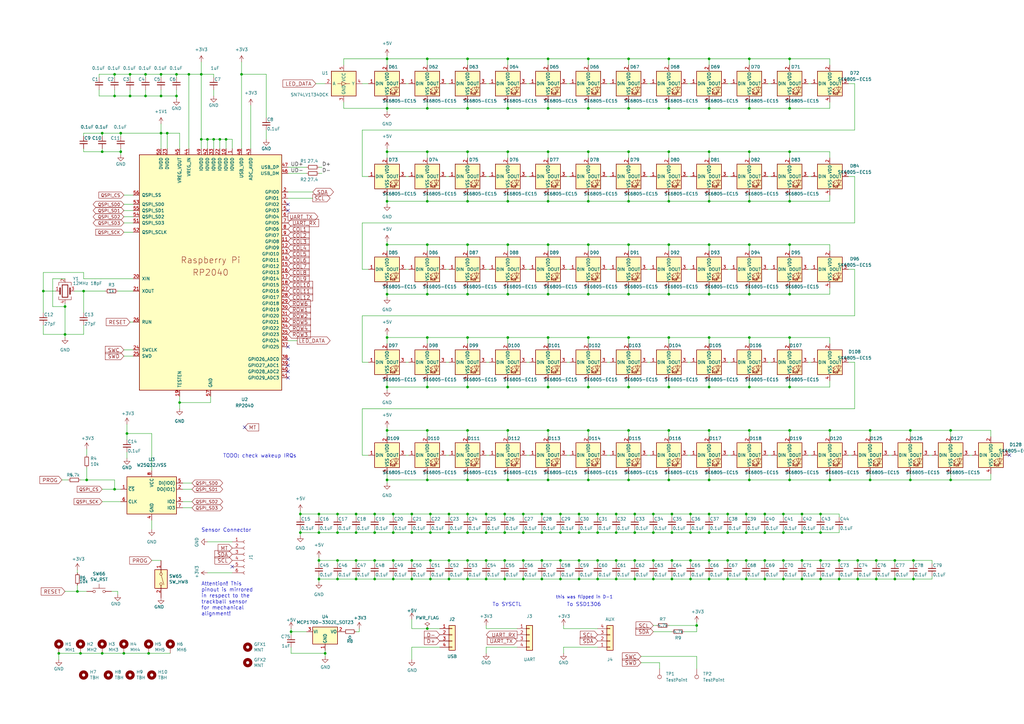
<source format=kicad_sch>
(kicad_sch (version 20211123) (generator eeschema)
  (paper "A3")
  (junction (at 168.91 237.49))
  (junction (at 175.26 100.33))
  (junction (at 267.97 229.87))
  (junction (at 184.15 218.44))
  (junction (at 34.29 119.38))
  (junction (at 85.09 57.15))
  (junction (at 323.85 62.23))
  (junction (at 224.79 44.45))
  (junction (at 146.05 229.87))
  (junction (at 307.34 158.75))
  (junction (at 123.19 218.44))
  (junction (at 158.75 158.75))
  (junction (at 374.65 237.49))
  (junction (at 175.26 158.75))
  (junction (at 356.87 176.53))
  (junction (at 306.07 229.87))
  (junction (at 356.87 196.85))
  (junction (at 241.3 44.45))
  (junction (at 323.85 176.53))
  (junction (at 237.49 229.87))
  (junction (at 214.63 237.49))
  (junction (at 138.43 210.82))
  (junction (at 175.26 120.65))
  (junction (at 340.36 176.53))
  (junction (at 237.49 210.82))
  (junction (at 130.81 237.49))
  (junction (at 298.45 229.87))
  (junction (at 351.79 237.49))
  (junction (at 241.3 196.85))
  (junction (at 340.36 196.85))
  (junction (at 87.63 57.15))
  (junction (at 138.43 229.87))
  (junction (at 207.01 218.44))
  (junction (at 53.34 30.48))
  (junction (at 290.83 44.45))
  (junction (at 66.04 39.37))
  (junction (at 191.77 210.82))
  (junction (at 208.28 62.23))
  (junction (at 31.75 242.57))
  (junction (at 33.02 267.97))
  (junction (at 373.38 176.53))
  (junction (at 313.69 218.44))
  (junction (at 214.63 210.82))
  (junction (at 214.63 229.87))
  (junction (at 175.26 257.81))
  (junction (at 283.21 237.49))
  (junction (at 161.29 210.82))
  (junction (at 274.32 62.23))
  (junction (at 35.56 196.85))
  (junction (at 208.28 158.75))
  (junction (at 191.77 120.65))
  (junction (at 290.83 120.65))
  (junction (at 307.34 44.45))
  (junction (at 274.32 120.65))
  (junction (at 229.87 218.44))
  (junction (at 52.07 177.8))
  (junction (at 245.11 237.49))
  (junction (at 252.73 237.49))
  (junction (at 307.34 82.55))
  (junction (at 208.28 82.55))
  (junction (at 257.81 44.45))
  (junction (at 241.3 24.13))
  (junction (at 24.13 267.97))
  (junction (at 290.83 196.85))
  (junction (at 161.29 229.87))
  (junction (at 274.32 176.53))
  (junction (at 260.35 210.82))
  (junction (at 224.79 120.65))
  (junction (at 290.83 176.53))
  (junction (at 359.41 237.49))
  (junction (at 66.04 30.48))
  (junction (at 323.85 120.65))
  (junction (at 53.34 39.37))
  (junction (at 274.32 138.43))
  (junction (at 222.25 229.87))
  (junction (at 321.31 237.49))
  (junction (at 245.11 210.82))
  (junction (at 158.75 176.53))
  (junction (at 222.25 218.44))
  (junction (at 229.87 237.49))
  (junction (at 257.81 120.65))
  (junction (at 241.3 176.53))
  (junction (at 168.91 229.87))
  (junction (at 307.34 138.43))
  (junction (at 344.17 237.49))
  (junction (at 175.26 176.53))
  (junction (at 66.04 54.61))
  (junction (at 123.19 210.82))
  (junction (at 73.66 165.1))
  (junction (at 208.28 24.13))
  (junction (at 191.77 229.87))
  (junction (at 321.31 218.44))
  (junction (at 306.07 210.82))
  (junction (at 257.81 176.53))
  (junction (at 184.15 237.49))
  (junction (at 68.58 54.61))
  (junction (at 158.75 44.45))
  (junction (at 275.59 218.44))
  (junction (at 307.34 196.85))
  (junction (at 274.32 196.85))
  (junction (at 175.26 196.85))
  (junction (at 130.81 210.82))
  (junction (at 224.79 176.53))
  (junction (at 245.11 218.44))
  (junction (at 207.01 210.82))
  (junction (at 222.25 210.82))
  (junction (at 323.85 100.33))
  (junction (at 191.77 44.45))
  (junction (at 274.32 158.75))
  (junction (at 224.79 158.75))
  (junction (at 290.83 82.55))
  (junction (at 175.26 138.43))
  (junction (at 306.07 237.49))
  (junction (at 229.87 210.82))
  (junction (at 336.55 237.49))
  (junction (at 323.85 82.55))
  (junction (at 237.49 218.44))
  (junction (at 191.77 176.53))
  (junction (at 17.78 119.38))
  (junction (at 199.39 218.44))
  (junction (at 224.79 62.23))
  (junction (at 275.59 229.87))
  (junction (at 274.32 82.55))
  (junction (at 41.91 54.61))
  (junction (at 367.03 237.49))
  (junction (at 158.75 138.43))
  (junction (at 82.55 57.15))
  (junction (at 290.83 218.44))
  (junction (at 175.26 82.55))
  (junction (at 290.83 100.33))
  (junction (at 321.31 210.82))
  (junction (at 336.55 218.44))
  (junction (at 241.3 138.43))
  (junction (at 283.21 229.87))
  (junction (at 26.67 137.16))
  (junction (at 328.93 237.49))
  (junction (at 389.89 196.85))
  (junction (at 175.26 62.23))
  (junction (at 176.53 237.49))
  (junction (at 260.35 229.87))
  (junction (at 252.73 218.44))
  (junction (at 146.05 210.82))
  (junction (at 158.75 196.85))
  (junction (at 389.89 176.53))
  (junction (at 158.75 62.23))
  (junction (at 208.28 120.65))
  (junction (at 176.53 229.87))
  (junction (at 257.81 24.13))
  (junction (at 323.85 196.85))
  (junction (at 328.93 218.44))
  (junction (at 133.35 267.97))
  (junction (at 191.77 158.75))
  (junction (at 158.75 100.33))
  (junction (at 224.79 100.33))
  (junction (at 274.32 44.45))
  (junction (at 208.28 196.85))
  (junction (at 184.15 210.82))
  (junction (at 283.21 218.44))
  (junction (at 208.28 138.43))
  (junction (at 207.01 229.87))
  (junction (at 72.39 39.37))
  (junction (at 237.49 237.49))
  (junction (at 191.77 138.43))
  (junction (at 90.17 57.15))
  (junction (at 46.99 200.66))
  (junction (at 146.05 218.44))
  (junction (at 241.3 158.75))
  (junction (at 153.67 237.49))
  (junction (at 41.91 267.97))
  (junction (at 245.11 229.87))
  (junction (at 285.75 256.54))
  (junction (at 252.73 229.87))
  (junction (at 199.39 237.49))
  (junction (at 275.59 237.49))
  (junction (at 168.91 218.44))
  (junction (at 252.73 210.82))
  (junction (at 222.25 237.49))
  (junction (at 59.69 39.37))
  (junction (at 130.81 218.44))
  (junction (at 359.41 229.87))
  (junction (at 274.32 100.33))
  (junction (at 191.77 196.85))
  (junction (at 224.79 138.43))
  (junction (at 60.96 267.97))
  (junction (at 313.69 210.82))
  (junction (at 328.93 229.87))
  (junction (at 214.63 218.44))
  (junction (at 161.29 237.49))
  (junction (at 191.77 82.55))
  (junction (at 306.07 218.44))
  (junction (at 298.45 218.44))
  (junction (at 229.87 229.87))
  (junction (at 46.99 39.37))
  (junction (at 344.17 229.87))
  (junction (at 49.53 62.23))
  (junction (at 290.83 138.43))
  (junction (at 275.59 210.82))
  (junction (at 307.34 100.33))
  (junction (at 207.01 237.49))
  (junction (at 323.85 24.13))
  (junction (at 313.69 229.87))
  (junction (at 176.53 210.82))
  (junction (at 323.85 138.43))
  (junction (at 257.81 100.33))
  (junction (at 153.67 229.87))
  (junction (at 241.3 100.33))
  (junction (at 82.55 30.48))
  (junction (at 168.91 210.82))
  (junction (at 257.81 138.43))
  (junction (at 208.28 100.33))
  (junction (at 313.69 237.49))
  (junction (at 130.81 229.87))
  (junction (at 336.55 210.82))
  (junction (at 191.77 237.49))
  (junction (at 257.81 62.23))
  (junction (at 176.53 218.44))
  (junction (at 208.28 176.53))
  (junction (at 59.69 30.48))
  (junction (at 241.3 120.65))
  (junction (at 321.31 229.87))
  (junction (at 260.35 218.44))
  (junction (at 307.34 62.23))
  (junction (at 146.05 237.49))
  (junction (at 119.38 259.08))
  (junction (at 290.83 237.49))
  (junction (at 153.67 218.44))
  (junction (at 307.34 24.13))
  (junction (at 373.38 196.85))
  (junction (at 290.83 24.13))
  (junction (at 267.97 237.49))
  (junction (at 323.85 158.75))
  (junction (at 46.99 30.48))
  (junction (at 351.79 229.87))
  (junction (at 328.93 210.82))
  (junction (at 257.81 158.75))
  (junction (at 241.3 62.23))
  (junction (at 374.65 229.87))
  (junction (at 199.39 210.82))
  (junction (at 241.3 82.55))
  (junction (at 298.45 210.82))
  (junction (at 191.77 24.13))
  (junction (at 191.77 218.44))
  (junction (at 257.81 82.55))
  (junction (at 283.21 210.82))
  (junction (at 191.77 62.23))
  (junction (at 161.29 218.44))
  (junction (at 158.75 120.65))
  (junction (at 158.75 82.55))
  (junction (at 153.67 210.82))
  (junction (at 41.91 62.23))
  (junction (at 224.79 196.85))
  (junction (at 307.34 120.65))
  (junction (at 175.26 44.45))
  (junction (at 158.75 24.13))
  (junction (at 367.03 229.87))
  (junction (at 208.28 44.45))
  (junction (at 50.8 267.97))
  (junction (at 274.32 24.13))
  (junction (at 138.43 218.44))
  (junction (at 26.67 125.73))
  (junction (at 138.43 237.49))
  (junction (at 260.35 237.49))
  (junction (at 290.83 62.23))
  (junction (at 307.34 176.53))
  (junction (at 267.97 210.82))
  (junction (at 175.26 24.13))
  (junction (at 224.79 82.55))
  (junction (at 92.71 57.15))
  (junction (at 323.85 44.45))
  (junction (at 99.06 30.48))
  (junction (at 336.55 229.87))
  (junction (at 49.53 54.61))
  (junction (at 298.45 237.49))
  (junction (at 290.83 229.87))
  (junction (at 290.83 210.82))
  (junction (at 267.97 218.44))
  (junction (at 224.79 24.13))
  (junction (at 72.39 30.48))
  (junction (at 191.77 100.33))
  (junction (at 257.81 196.85))
  (junction (at 199.39 229.87))
  (junction (at 184.15 229.87))
  (junction (at 77.47 30.48))
  (junction (at 290.83 158.75))
  (no_connect (at 118.11 152.4))
  (no_connect (at 414.02 186.69))
  (no_connect (at 95.25 232.41))
  (no_connect (at 118.11 154.94))
  (no_connect (at 118.11 149.86))
  (no_connect (at 118.11 147.32))
  (no_connect (at 118.11 83.82))
  (no_connect (at 118.11 86.36))
  (no_connect (at 118.11 142.24))
  (no_connect (at 100.33 175.26))
  (wire (pts (xy 158.75 24.13) (xy 158.75 26.67)))
  (wire (pts (xy 252.73 212.09) (xy 252.73 210.82)))
  (wire (pts (xy 321.31 229.87) (xy 313.69 229.87)))
  (wire (pts (xy 298.45 231.14) (xy 298.45 229.87)))
  (wire (pts (xy 252.73 218.44) (xy 252.73 217.17)))
  (wire (pts (xy 252.73 237.49) (xy 252.73 236.22)))
  (wire (pts (xy 290.83 120.65) (xy 290.83 118.11)))
  (wire (pts (xy 158.75 138.43) (xy 158.75 140.97)))
  (wire (pts (xy 199.39 256.54) (xy 199.39 257.81)))
  (wire (pts (xy 72.39 40.64) (xy 72.39 39.37)))
  (wire (pts (xy 241.3 100.33) (xy 241.3 102.87)))
  (wire (pts (xy 158.75 41.91) (xy 158.75 44.45)))
  (wire (pts (xy 245.11 218.44) (xy 252.73 218.44)))
  (wire (pts (xy 290.83 82.55) (xy 307.34 82.55)))
  (wire (pts (xy 298.45 210.82) (xy 290.83 210.82)))
  (wire (pts (xy 207.01 210.82) (xy 199.39 210.82)))
  (wire (pts (xy 46.99 200.66) (xy 41.91 200.66)))
  (wire (pts (xy 87.63 57.15) (xy 90.17 57.15)))
  (wire (pts (xy 241.3 100.33) (xy 257.81 100.33)))
  (wire (pts (xy 66.04 31.75) (xy 66.04 30.48)))
  (wire (pts (xy 241.3 158.75) (xy 257.81 158.75)))
  (wire (pts (xy 138.43 218.44) (xy 146.05 218.44)))
  (wire (pts (xy 267.97 231.14) (xy 267.97 229.87)))
  (wire (pts (xy 50.8 267.97) (xy 60.96 267.97)))
  (wire (pts (xy 267.97 210.82) (xy 260.35 210.82)))
  (wire (pts (xy 46.99 36.83) (xy 46.99 39.37)))
  (wire (pts (xy 267.97 237.49) (xy 267.97 236.22)))
  (wire (pts (xy 138.43 210.82) (xy 130.81 210.82)))
  (wire (pts (xy 146.05 231.14) (xy 146.05 229.87)))
  (wire (pts (xy 52.07 177.8) (xy 52.07 180.34)))
  (wire (pts (xy 168.91 212.09) (xy 168.91 210.82)))
  (wire (pts (xy 161.29 231.14) (xy 161.29 229.87)))
  (wire (pts (xy 307.34 44.45) (xy 307.34 41.91)))
  (wire (pts (xy 323.85 82.55) (xy 323.85 80.01)))
  (wire (pts (xy 274.32 100.33) (xy 274.32 102.87)))
  (wire (pts (xy 336.55 237.49) (xy 344.17 237.49)))
  (wire (pts (xy 224.79 62.23) (xy 241.3 62.23)))
  (wire (pts (xy 118.11 71.12) (xy 125.73 71.12)))
  (wire (pts (xy 191.77 176.53) (xy 191.77 179.07)))
  (wire (pts (xy 283.21 231.14) (xy 283.21 229.87)))
  (wire (pts (xy 275.59 237.49) (xy 283.21 237.49)))
  (wire (pts (xy 138.43 218.44) (xy 138.43 217.17)))
  (wire (pts (xy 290.83 218.44) (xy 298.45 218.44)))
  (wire (pts (xy 99.06 30.48) (xy 109.22 30.48)))
  (wire (pts (xy 285.75 256.54) (xy 285.75 255.27)))
  (wire (pts (xy 191.77 212.09) (xy 191.77 210.82)))
  (wire (pts (xy 158.75 44.45) (xy 175.26 44.45)))
  (wire (pts (xy 307.34 138.43) (xy 307.34 140.97)))
  (wire (pts (xy 158.75 138.43) (xy 175.26 138.43)))
  (wire (pts (xy 208.28 138.43) (xy 224.79 138.43)))
  (wire (pts (xy 191.77 24.13) (xy 191.77 26.67)))
  (wire (pts (xy 241.3 176.53) (xy 241.3 179.07)))
  (wire (pts (xy 281.94 186.69) (xy 283.21 186.69)))
  (wire (pts (xy 208.28 176.53) (xy 208.28 179.07)))
  (wire (pts (xy 130.81 229.87) (xy 130.81 231.14)))
  (wire (pts (xy 215.9 186.69) (xy 217.17 186.69)))
  (wire (pts (xy 306.07 212.09) (xy 306.07 210.82)))
  (wire (pts (xy 87.63 31.75) (xy 87.63 30.48)))
  (wire (pts (xy 191.77 210.82) (xy 184.15 210.82)))
  (wire (pts (xy 191.77 120.65) (xy 208.28 120.65)))
  (wire (pts (xy 123.19 209.55) (xy 123.19 210.82)))
  (wire (pts (xy 158.75 196.85) (xy 175.26 196.85)))
  (wire (pts (xy 298.45 229.87) (xy 290.83 229.87)))
  (wire (pts (xy 146.05 210.82) (xy 138.43 210.82)))
  (wire (pts (xy 241.3 24.13) (xy 241.3 26.67)))
  (wire (pts (xy 257.81 24.13) (xy 274.32 24.13)))
  (wire (pts (xy 191.77 62.23) (xy 208.28 62.23)))
  (wire (pts (xy 92.71 60.96) (xy 92.71 57.15)))
  (wire (pts (xy 336.55 212.09) (xy 336.55 210.82)))
  (wire (pts (xy 208.28 158.75) (xy 224.79 158.75)))
  (wire (pts (xy 208.28 62.23) (xy 224.79 62.23)))
  (wire (pts (xy 306.07 218.44) (xy 306.07 217.17)))
  (wire (pts (xy 283.21 218.44) (xy 283.21 217.17)))
  (wire (pts (xy 184.15 218.44) (xy 191.77 218.44)))
  (wire (pts (xy 123.19 218.44) (xy 123.19 219.71)))
  (wire (pts (xy 356.87 176.53) (xy 356.87 179.07)))
  (wire (pts (xy 53.34 31.75) (xy 53.34 30.48)))
  (wire (pts (xy 351.79 229.87) (xy 344.17 229.87)))
  (wire (pts (xy 328.93 237.49) (xy 336.55 237.49)))
  (wire (pts (xy 168.91 257.81) (xy 175.26 257.81)))
  (wire (pts (xy 66.04 50.8) (xy 66.04 54.61)))
  (wire (pts (xy 351.79 237.49) (xy 359.41 237.49)))
  (wire (pts (xy 158.75 194.31) (xy 158.75 196.85)))
  (wire (pts (xy 151.13 72.39) (xy 148.59 72.39)))
  (wire (pts (xy 85.09 234.95) (xy 95.25 234.95)))
  (wire (pts (xy 90.17 60.96) (xy 90.17 57.15)))
  (wire (pts (xy 321.31 218.44) (xy 328.93 218.44)))
  (wire (pts (xy 130.81 210.82) (xy 123.19 210.82)))
  (wire (pts (xy 148.59 34.29) (xy 151.13 34.29)))
  (wire (pts (xy 207.01 237.49) (xy 207.01 236.22)))
  (wire (pts (xy 208.28 44.45) (xy 208.28 41.91)))
  (wire (pts (xy 33.02 267.97) (xy 41.91 267.97)))
  (wire (pts (xy 373.38 176.53) (xy 389.89 176.53)))
  (wire (pts (xy 323.85 100.33) (xy 340.36 100.33)))
  (wire (pts (xy 274.32 176.53) (xy 290.83 176.53)))
  (wire (pts (xy 307.34 176.53) (xy 323.85 176.53)))
  (wire (pts (xy 191.77 62.23) (xy 191.77 64.77)))
  (wire (pts (xy 306.07 237.49) (xy 313.69 237.49)))
  (wire (pts (xy 340.36 100.33) (xy 340.36 102.87)))
  (wire (pts (xy 191.77 82.55) (xy 208.28 82.55)))
  (wire (pts (xy 158.75 176.53) (xy 175.26 176.53)))
  (wire (pts (xy 175.26 24.13) (xy 175.26 26.67)))
  (wire (pts (xy 35.56 191.77) (xy 35.56 196.85)))
  (wire (pts (xy 241.3 196.85) (xy 257.81 196.85)))
  (wire (pts (xy 199.39 229.87) (xy 191.77 229.87)))
  (wire (pts (xy 34.29 119.38) (xy 34.29 128.27)))
  (wire (pts (xy 367.03 231.14) (xy 367.03 229.87)))
  (wire (pts (xy 158.75 62.23) (xy 175.26 62.23)))
  (wire (pts (xy 62.23 177.8) (xy 62.23 193.04)))
  (wire (pts (xy 274.32 138.43) (xy 274.32 140.97)))
  (wire (pts (xy 130.81 228.6) (xy 130.81 229.87)))
  (wire (pts (xy 49.53 62.23) (xy 49.53 60.96)))
  (wire (pts (xy 285.75 274.32) (xy 285.75 269.24)))
  (wire (pts (xy 290.83 138.43) (xy 290.83 140.97)))
  (wire (pts (xy 283.21 212.09) (xy 283.21 210.82)))
  (wire (pts (xy 344.17 237.49) (xy 351.79 237.49)))
  (wire (pts (xy 59.69 30.48) (xy 66.04 30.48)))
  (wire (pts (xy 313.69 212.09) (xy 313.69 210.82)))
  (wire (pts (xy 102.87 43.18) (xy 102.87 60.96)))
  (wire (pts (xy 191.77 82.55) (xy 191.77 80.01)))
  (wire (pts (xy 241.3 62.23) (xy 241.3 64.77)))
  (wire (pts (xy 290.83 237.49) (xy 290.83 236.22)))
  (wire (pts (xy 290.83 231.14) (xy 290.83 229.87)))
  (wire (pts (xy 313.69 237.49) (xy 321.31 237.49)))
  (wire (pts (xy 175.26 196.85) (xy 175.26 194.31)))
  (wire (pts (xy 265.43 110.49) (xy 266.7 110.49)))
  (wire (pts (xy 340.36 44.45) (xy 340.36 41.91)))
  (wire (pts (xy 290.83 44.45) (xy 290.83 41.91)))
  (wire (pts (xy 208.28 82.55) (xy 224.79 82.55)))
  (wire (pts (xy 153.67 237.49) (xy 161.29 237.49)))
  (wire (pts (xy 40.64 30.48) (xy 40.64 31.75)))
  (wire (pts (xy 85.09 57.15) (xy 87.63 57.15)))
  (wire (pts (xy 66.04 39.37) (xy 59.69 39.37)))
  (wire (pts (xy 176.53 231.14) (xy 176.53 229.87)))
  (wire (pts (xy 323.85 176.53) (xy 323.85 179.07)))
  (wire (pts (xy 290.83 138.43) (xy 307.34 138.43)))
  (wire (pts (xy 146.05 218.44) (xy 153.67 218.44)))
  (wire (pts (xy 340.36 120.65) (xy 340.36 118.11)))
  (wire (pts (xy 72.39 39.37) (xy 66.04 39.37)))
  (wire (pts (xy 34.29 62.23) (xy 41.91 62.23)))
  (wire (pts (xy 222.25 237.49) (xy 222.25 236.22)))
  (wire (pts (xy 73.66 54.61) (xy 68.58 54.61)))
  (wire (pts (xy 241.3 120.65) (xy 241.3 118.11)))
  (wire (pts (xy 208.28 100.33) (xy 224.79 100.33)))
  (wire (pts (xy 285.75 269.24) (xy 262.89 269.24)))
  (wire (pts (xy 222.25 210.82) (xy 214.63 210.82)))
  (wire (pts (xy 182.88 186.69) (xy 184.15 186.69)))
  (wire (pts (xy 146.05 212.09) (xy 146.05 210.82)))
  (wire (pts (xy 191.77 44.45) (xy 191.77 41.91)))
  (wire (pts (xy 241.3 82.55) (xy 241.3 80.01)))
  (wire (pts (xy 199.39 34.29) (xy 200.66 34.29)))
  (wire (pts (xy 260.35 231.14) (xy 260.35 229.87)))
  (wire (pts (xy 109.22 53.34) (xy 109.22 57.15)))
  (wire (pts (xy 158.75 158.75) (xy 158.75 160.02)))
  (wire (pts (xy 257.81 158.75) (xy 257.81 156.21)))
  (wire (pts (xy 231.14 265.43) (xy 245.11 265.43)))
  (wire (pts (xy 298.45 186.69) (xy 299.72 186.69)))
  (wire (pts (xy 52.07 187.96) (xy 52.07 185.42)))
  (wire (pts (xy 41.91 205.74) (xy 49.53 205.74)))
  (wire (pts (xy 270.51 274.32) (xy 270.51 271.78)))
  (wire (pts (xy 245.11 237.49) (xy 245.11 236.22)))
  (wire (pts (xy 191.77 196.85) (xy 191.77 194.31)))
  (wire (pts (xy 138.43 212.09) (xy 138.43 210.82)))
  (wire (pts (xy 166.37 186.69) (xy 167.64 186.69)))
  (wire (pts (xy 351.79 231.14) (xy 351.79 229.87)))
  (wire (pts (xy 73.66 165.1) (xy 86.36 165.1)))
  (wire (pts (xy 182.88 148.59) (xy 184.15 148.59)))
  (wire (pts (xy 92.71 57.15) (xy 95.25 57.15)))
  (wire (pts (xy 232.41 148.59) (xy 233.68 148.59)))
  (wire (pts (xy 359.41 229.87) (xy 351.79 229.87)))
  (wire (pts (xy 328.93 231.14) (xy 328.93 229.87)))
  (wire (pts (xy 66.04 30.48) (xy 72.39 30.48)))
  (wire (pts (xy 351.79 237.49) (xy 351.79 236.22)))
  (wire (pts (xy 62.23 213.36) (xy 62.23 217.17)))
  (wire (pts (xy 274.32 120.65) (xy 290.83 120.65)))
  (wire (pts (xy 307.34 158.75) (xy 307.34 156.21)))
  (wire (pts (xy 274.32 24.13) (xy 274.32 26.67)))
  (wire (pts (xy 232.41 72.39) (xy 233.68 72.39)))
  (wire (pts (xy 290.83 62.23) (xy 307.34 62.23)))
  (wire (pts (xy 82.55 30.48) (xy 82.55 57.15)))
  (wire (pts (xy 199.39 237.49) (xy 199.39 236.22)))
  (wire (pts (xy 323.85 196.85) (xy 340.36 196.85)))
  (wire (pts (xy 389.89 196.85) (xy 406.4 196.85)))
  (wire (pts (xy 275.59 229.87) (xy 267.97 229.87)))
  (wire (pts (xy 21.59 114.3) (xy 21.59 125.73)))
  (wire (pts (xy 72.39 30.48) (xy 77.47 30.48)))
  (wire (pts (xy 207.01 231.14) (xy 207.01 229.87)))
  (wire (pts (xy 26.67 125.73) (xy 26.67 137.16)))
  (wire (pts (xy 356.87 196.85) (xy 356.87 194.31)))
  (wire (pts (xy 224.79 82.55) (xy 241.3 82.55)))
  (wire (pts (xy 237.49 210.82) (xy 229.87 210.82)))
  (wire (pts (xy 257.81 138.43) (xy 257.81 140.97)))
  (wire (pts (xy 176.53 218.44) (xy 184.15 218.44)))
  (wire (pts (xy 175.26 120.65) (xy 191.77 120.65)))
  (wire (pts (xy 26.67 137.16) (xy 26.67 138.43)))
  (wire (pts (xy 241.3 82.55) (xy 257.81 82.55)))
  (wire (pts (xy 267.97 237.49) (xy 275.59 237.49)))
  (wire (pts (xy 53.34 39.37) (xy 46.99 39.37)))
  (wire (pts (xy 290.83 100.33) (xy 290.83 102.87)))
  (wire (pts (xy 257.81 62.23) (xy 257.81 64.77)))
  (wire (pts (xy 130.81 237.49) (xy 138.43 237.49)))
  (wire (pts (xy 207.01 218.44) (xy 214.63 218.44)))
  (wire (pts (xy 290.83 44.45) (xy 307.34 44.45)))
  (wire (pts (xy 340.36 62.23) (xy 340.36 64.77)))
  (wire (pts (xy 199.39 265.43) (xy 212.09 265.43)))
  (wire (pts (xy 313.69 218.44) (xy 313.69 217.17)))
  (wire (pts (xy 241.3 196.85) (xy 241.3 194.31)))
  (wire (pts (xy 224.79 44.45) (xy 241.3 44.45)))
  (wire (pts (xy 214.63 218.44) (xy 214.63 217.17)))
  (wire (pts (xy 336.55 229.87) (xy 328.93 229.87)))
  (wire (pts (xy 46.99 31.75) (xy 46.99 30.48)))
  (wire (pts (xy 22.86 119.38) (xy 17.78 119.38)))
  (wire (pts (xy 86.36 165.1) (xy 86.36 162.56)))
  (wire (pts (xy 34.29 54.61) (xy 34.29 55.88)))
  (wire (pts (xy 290.83 176.53) (xy 307.34 176.53)))
  (wire (pts (xy 231.14 257.81) (xy 245.11 257.81)))
  (wire (pts (xy 257.81 120.65) (xy 274.32 120.65)))
  (wire (pts (xy 17.78 137.16) (xy 17.78 133.35)))
  (wire (pts (xy 241.3 24.13) (xy 257.81 24.13)))
  (wire (pts (xy 344.17 237.49) (xy 344.17 236.22)))
  (wire (pts (xy 73.66 162.56) (xy 73.66 165.1)))
  (wire (pts (xy 257.81 44.45) (xy 274.32 44.45)))
  (wire (pts (xy 281.94 72.39) (xy 283.21 72.39)))
  (wire (pts (xy 146.05 229.87) (xy 138.43 229.87)))
  (wire (pts (xy 241.3 44.45) (xy 241.3 41.91)))
  (wire (pts (xy 275.59 218.44) (xy 275.59 217.17)))
  (wire (pts (xy 323.85 120.65) (xy 340.36 120.65)))
  (wire (pts (xy 350.52 148.59) (xy 347.98 148.59)))
  (wire (pts (xy 59.69 31.75) (xy 59.69 30.48)))
  (wire (pts (xy 290.83 100.33) (xy 307.34 100.33)))
  (wire (pts (xy 53.34 30.48) (xy 59.69 30.48)))
  (wire (pts (xy 265.43 72.39) (xy 266.7 72.39)))
  (wire (pts (xy 237.49 237.49) (xy 237.49 236.22)))
  (wire (pts (xy 182.88 110.49) (xy 184.15 110.49)))
  (wire (pts (xy 275.59 218.44) (xy 283.21 218.44)))
  (wire (pts (xy 146.05 237.49) (xy 153.67 237.49)))
  (wire (pts (xy 307.34 196.85) (xy 307.34 194.31)))
  (wire (pts (xy 184.15 212.09) (xy 184.15 210.82)))
  (wire (pts (xy 184.15 218.44) (xy 184.15 217.17)))
  (wire (pts (xy 208.28 62.23) (xy 208.28 64.77)))
  (wire (pts (xy 168.91 265.43) (xy 180.34 265.43)))
  (wire (pts (xy 381 186.69) (xy 382.27 186.69)))
  (wire (pts (xy 158.75 44.45) (xy 140.97 44.45)))
  (wire (pts (xy 77.47 30.48) (xy 82.55 30.48)))
  (wire (pts (xy 34.29 114.3) (xy 34.29 111.76)))
  (wire (pts (xy 307.34 82.55) (xy 323.85 82.55)))
  (wire (pts (xy 151.13 186.69) (xy 148.59 186.69)))
  (wire (pts (xy 191.77 218.44) (xy 191.77 217.17)))
  (wire (pts (xy 158.75 24.13) (xy 175.26 24.13)))
  (wire (pts (xy 207.01 229.87) (xy 199.39 229.87)))
  (wire (pts (xy 323.85 158.75) (xy 340.36 158.75)))
  (wire (pts (xy 118.11 68.58) (xy 125.73 68.58)))
  (wire (pts (xy 72.39 36.83) (xy 72.39 39.37)))
  (wire (pts (xy 40.64 30.48) (xy 46.99 30.48)))
  (wire (pts (xy 175.26 62.23) (xy 175.26 64.77)))
  (wire (pts (xy 119.38 267.97) (xy 119.38 265.43)))
  (wire (pts (xy 222.25 212.09) (xy 222.25 210.82)))
  (wire (pts (xy 52.07 177.8) (xy 62.23 177.8)))
  (wire (pts (xy 90.17 57.15) (xy 92.71 57.15)))
  (wire (pts (xy 175.26 196.85) (xy 191.77 196.85)))
  (wire (pts (xy 161.29 212.09) (xy 161.29 210.82)))
  (wire (pts (xy 158.75 100.33) (xy 175.26 100.33)))
  (wire (pts (xy 214.63 218.44) (xy 222.25 218.44)))
  (wire (pts (xy 257.81 120.65) (xy 257.81 118.11)))
  (wire (pts (xy 176.53 212.09) (xy 176.53 210.82)))
  (wire (pts (xy 118.11 78.74) (xy 128.27 78.74)))
  (wire (pts (xy 280.67 259.08) (xy 285.75 259.08)))
  (wire (pts (xy 307.34 176.53) (xy 307.34 179.07)))
  (wire (pts (xy 168.91 210.82) (xy 161.29 210.82)))
  (wire (pts (xy 323.85 24.13) (xy 323.85 26.67)))
  (wire (pts (xy 182.88 72.39) (xy 184.15 72.39)))
  (wire (pts (xy 231.14 257.81) (xy 231.14 256.54)))
  (wire (pts (xy 336.55 210.82) (xy 328.93 210.82)))
  (wire (pts (xy 148.59 110.49) (xy 148.59 91.44)))
  (wire (pts (xy 274.32 176.53) (xy 274.32 179.07)))
  (wire (pts (xy 208.28 120.65) (xy 224.79 120.65)))
  (wire (pts (xy 257.81 82.55) (xy 274.32 82.55)))
  (wire (pts (xy 290.83 24.13) (xy 307.34 24.13)))
  (wire (pts (xy 283.21 237.49) (xy 283.21 236.22)))
  (wire (pts (xy 323.85 138.43) (xy 340.36 138.43)))
  (wire (pts (xy 208.28 196.85) (xy 208.28 194.31)))
  (wire (pts (xy 350.52 53.34) (xy 350.52 34.29)))
  (wire (pts (xy 347.98 186.69) (xy 349.25 186.69)))
  (wire (pts (xy 175.26 44.45) (xy 175.26 41.91)))
  (wire (pts (xy 34.29 114.3) (xy 54.61 114.3)))
  (wire (pts (xy 248.92 186.69) (xy 250.19 186.69)))
  (wire (pts (xy 328.93 218.44) (xy 328.93 217.17)))
  (wire (pts (xy 313.69 237.49) (xy 313.69 236.22)))
  (wire (pts (xy 241.3 44.45) (xy 257.81 44.45)))
  (wire (pts (xy 374.65 237.49) (xy 382.27 237.49)))
  (wire (pts (xy 269.24 256.54) (xy 267.97 256.54)))
  (wire (pts (xy 158.75 82.55) (xy 158.75 83.82)))
  (wire (pts (xy 123.19 210.82) (xy 123.19 212.09)))
  (wire (pts (xy 321.31 212.09) (xy 321.31 210.82)))
  (wire (pts (xy 350.52 110.49) (xy 347.98 110.49)))
  (wire (pts (xy 30.48 119.38) (xy 34.29 119.38)))
  (wire (pts (xy 17.78 137.16) (xy 26.67 137.16)))
  (wire (pts (xy 241.3 138.43) (xy 241.3 140.97)))
  (wire (pts (xy 119.38 257.81) (xy 119.38 259.08)))
  (wire (pts (xy 48.26 119.38) (xy 54.61 119.38)))
  (wire (pts (xy 307.34 100.33) (xy 323.85 100.33)))
  (wire (pts (xy 146.05 218.44) (xy 146.05 217.17)))
  (wire (pts (xy 158.75 44.45) (xy 158.75 45.72)))
  (wire (pts (xy 389.89 176.53) (xy 406.4 176.53)))
  (wire (pts (xy 283.21 210.82) (xy 275.59 210.82)))
  (wire (pts (xy 257.81 158.75) (xy 274.32 158.75)))
  (wire (pts (xy 298.45 148.59) (xy 299.72 148.59)))
  (wire (pts (xy 199.39 212.09) (xy 199.39 210.82)))
  (wire (pts (xy 298.45 212.09) (xy 298.45 210.82)))
  (wire (pts (xy 158.75 82.55) (xy 175.26 82.55)))
  (wire (pts (xy 175.26 82.55) (xy 175.26 80.01)))
  (wire (pts (xy 46.99 30.48) (xy 53.34 30.48)))
  (wire (pts (xy 344.17 231.14) (xy 344.17 229.87)))
  (wire (pts (xy 222.25 231.14) (xy 222.25 229.87)))
  (wire (pts (xy 59.69 36.83) (xy 59.69 39.37)))
  (wire (pts (xy 373.38 196.85) (xy 389.89 196.85)))
  (wire (pts (xy 175.26 158.75) (xy 175.26 156.21)))
  (wire (pts (xy 237.49 237.49) (xy 245.11 237.49)))
  (wire (pts (xy 323.85 62.23) (xy 323.85 64.77)))
  (wire (pts (xy 148.59 129.54) (xy 350.52 129.54)))
  (wire (pts (xy 191.77 231.14) (xy 191.77 229.87)))
  (wire (pts (xy 129.54 34.29) (xy 133.35 34.29)))
  (wire (pts (xy 274.32 24.13) (xy 290.83 24.13)))
  (wire (pts (xy 331.47 72.39) (xy 332.74 72.39)))
  (wire (pts (xy 215.9 34.29) (xy 217.17 34.29)))
  (wire (pts (xy 245.11 237.49) (xy 252.73 237.49)))
  (wire (pts (xy 224.79 24.13) (xy 241.3 24.13)))
  (wire (pts (xy 290.83 196.85) (xy 307.34 196.85)))
  (wire (pts (xy 168.91 231.14) (xy 168.91 229.87)))
  (wire (pts (xy 224.79 62.23) (xy 224.79 64.77)))
  (wire (pts (xy 184.15 237.49) (xy 191.77 237.49)))
  (wire (pts (xy 314.96 186.69) (xy 316.23 186.69)))
  (wire (pts (xy 364.49 186.69) (xy 365.76 186.69)))
  (wire (pts (xy 158.75 158.75) (xy 175.26 158.75)))
  (wire (pts (xy 321.31 237.49) (xy 321.31 236.22)))
  (wire (pts (xy 82.55 57.15) (xy 82.55 60.96)))
  (wire (pts (xy 267.97 212.09) (xy 267.97 210.82)))
  (wire (pts (xy 336.55 218.44) (xy 336.55 217.17)))
  (wire (pts (xy 274.32 62.23) (xy 274.32 64.77)))
  (wire (pts (xy 50.8 86.36) (xy 54.61 86.36)))
  (wire (pts (xy 237.49 218.44) (xy 245.11 218.44)))
  (wire (pts (xy 290.83 24.13) (xy 290.83 26.67)))
  (wire (pts (xy 168.91 218.44) (xy 168.91 217.17)))
  (wire (pts (xy 314.96 34.29) (xy 316.23 34.29)))
  (wire (pts (xy 275.59 237.49) (xy 275.59 236.22)))
  (wire (pts (xy 331.47 186.69) (xy 332.74 186.69)))
  (wire (pts (xy 148.59 53.34) (xy 350.52 53.34)))
  (wire (pts (xy 340.36 24.13) (xy 340.36 26.67)))
  (wire (pts (xy 161.29 210.82) (xy 153.67 210.82)))
  (wire (pts (xy 184.15 229.87) (xy 176.53 229.87)))
  (wire (pts (xy 307.34 44.45) (xy 323.85 44.45)))
  (wire (pts (xy 133.35 266.7) (xy 133.35 267.97)))
  (wire (pts (xy 119.38 259.08) (xy 125.73 259.08)))
  (wire (pts (xy 85.09 222.25) (xy 95.25 222.25)))
  (wire (pts (xy 168.91 257.81) (xy 168.91 254)))
  (wire (pts (xy 214.63 212.09) (xy 214.63 210.82)))
  (wire (pts (xy 241.3 120.65) (xy 257.81 120.65)))
  (wire (pts (xy 367.03 237.49) (xy 374.65 237.49)))
  (wire (pts (xy 35.56 196.85) (xy 46.99 196.85)))
  (wire (pts (xy 281.94 34.29) (xy 283.21 34.29)))
  (wire (pts (xy 274.32 100.33) (xy 290.83 100.33)))
  (wire (pts (xy 158.75 156.21) (xy 158.75 158.75)))
  (wire (pts (xy 215.9 148.59) (xy 217.17 148.59)))
  (wire (pts (xy 176.53 218.44) (xy 176.53 217.17)))
  (wire (pts (xy 224.79 196.85) (xy 224.79 194.31)))
  (wire (pts (xy 313.69 229.87) (xy 306.07 229.87)))
  (wire (pts (xy 175.26 120.65) (xy 175.26 118.11)))
  (wire (pts (xy 17.78 119.38) (xy 17.78 128.27)))
  (wire (pts (xy 314.96 148.59) (xy 316.23 148.59)))
  (wire (pts (xy 237.49 231.14) (xy 237.49 229.87)))
  (wire (pts (xy 222.25 218.44) (xy 222.25 217.17)))
  (wire (pts (xy 199.39 110.49) (xy 200.66 110.49)))
  (wire (pts (xy 166.37 34.29) (xy 167.64 34.29)))
  (wire (pts (xy 147.32 259.08) (xy 146.05 259.08)))
  (wire (pts (xy 50.8 95.25) (xy 54.61 95.25)))
  (wire (pts (xy 73.66 60.96) (xy 73.66 54.61)))
  (wire (pts (xy 245.11 218.44) (xy 245.11 217.17)))
  (wire (pts (xy 267.97 259.08) (xy 275.59 259.08)))
  (wire (pts (xy 274.32 82.55) (xy 274.32 80.01)))
  (wire (pts (xy 158.75 62.23) (xy 158.75 64.77)))
  (wire (pts (xy 46.99 196.85) (xy 46.99 200.66)))
  (wire (pts (xy 323.85 82.55) (xy 340.36 82.55)))
  (wire (pts (xy 265.43 34.29) (xy 266.7 34.29)))
  (wire (pts (xy 199.39 186.69) (xy 200.66 186.69)))
  (wire (pts (xy 274.32 256.54) (xy 285.75 256.54)))
  (wire (pts (xy 54.61 83.82) (xy 50.8 83.82)))
  (wire (pts (xy 168.91 229.87) (xy 161.29 229.87)))
  (wire (pts (xy 298.45 218.44) (xy 306.07 218.44)))
  (wire (pts (xy 118.11 139.7) (xy 121.92 139.7)))
  (wire (pts (xy 340.36 176.53) (xy 356.87 176.53)))
  (wire (pts (xy 138.43 237.49) (xy 138.43 236.22)))
  (wire (pts (xy 260.35 218.44) (xy 260.35 217.17)))
  (wire (pts (xy 231.14 267.97) (xy 231.14 265.43)))
  (wire (pts (xy 397.51 186.69) (xy 398.78 186.69)))
  (wire (pts (xy 224.79 176.53) (xy 241.3 176.53)))
  (wire (pts (xy 323.85 158.75) (xy 323.85 156.21)))
  (wire (pts (xy 175.26 62.23) (xy 191.77 62.23)))
  (wire (pts (xy 260.35 229.87) (xy 252.73 229.87)))
  (wire (pts (xy 307.34 24.13) (xy 307.34 26.67)))
  (wire (pts (xy 153.67 218.44) (xy 153.67 217.17)))
  (wire (pts (xy 153.67 229.87) (xy 146.05 229.87)))
  (wire (pts (xy 307.34 120.65) (xy 323.85 120.65)))
  (wire (pts (xy 373.38 176.53) (xy 373.38 179.07)))
  (wire (pts (xy 130.81 218.44) (xy 130.81 217.17)))
  (wire (pts (xy 257.81 24.13) (xy 257.81 26.67)))
  (wire (pts (xy 46.99 39.37) (xy 40.64 39.37)))
  (wire (pts (xy 215.9 72.39) (xy 217.17 72.39)))
  (wire (pts (xy 344.17 212.09) (xy 344.17 210.82)))
  (wire (pts (xy 74.93 208.28) (xy 78.74 208.28)))
  (wire (pts (xy 257.81 176.53) (xy 257.81 179.07)))
  (wire (pts (xy 73.66 165.1) (xy 73.66 167.64)))
  (wire (pts (xy 252.73 237.49) (xy 260.35 237.49)))
  (wire (pts (xy 237.49 229.87) (xy 229.87 229.87)))
  (wire (pts (xy 306.07 218.44) (xy 313.69 218.44)))
  (wire (pts (xy 148.59 72.39) (xy 148.59 53.34)))
  (wire (pts (xy 222.25 229.87) (xy 214.63 229.87)))
  (wire (pts (xy 340.36 82.55) (xy 340.36 80.01)))
  (wire (pts (xy 41.91 60.96) (xy 41.91 62.23)))
  (wire (pts (xy 350.52 129.54) (xy 350.52 110.49)))
  (wire (pts (xy 241.3 138.43) (xy 257.81 138.43)))
  (wire (pts (xy 307.34 24.13) (xy 323.85 24.13)))
  (wire (pts (xy 281.94 148.59) (xy 283.21 148.59)))
  (wire (pts (xy 158.75 137.16) (xy 158.75 138.43)))
  (wire (pts (xy 307.34 158.75) (xy 323.85 158.75)))
  (wire (pts (xy 290.83 237.49) (xy 298.45 237.49)))
  (wire (pts (xy 214.63 210.82) (xy 207.01 210.82)))
  (wire (pts (xy 158.75 99.06) (xy 158.75 100.33)))
  (wire (pts (xy 118.11 81.28) (xy 128.27 81.28)))
  (wire (pts (xy 26.67 242.57) (xy 31.75 242.57)))
  (wire (pts (xy 313.69 210.82) (xy 306.07 210.82)))
  (wire (pts (xy 175.26 100.33) (xy 175.26 102.87)))
  (wire (pts (xy 130.81 237.49) (xy 130.81 238.76)))
  (wire (pts (xy 31.75 240.03) (xy 31.75 242.57)))
  (wire (pts (xy 224.79 138.43) (xy 224.79 140.97)))
  (wire (pts (xy 274.32 158.75) (xy 274.32 156.21)))
  (wire (pts (xy 175.26 158.75) (xy 191.77 158.75)))
  (wire (pts (xy 229.87 212.09) (xy 229.87 210.82)))
  (wire (pts (xy 207.01 218.44) (xy 207.01 217.17)))
  (wire (pts (xy 274.32 82.55) (xy 290.83 82.55)))
  (wire (pts (xy 133.35 267.97) (xy 133.35 269.24)))
  (wire (pts (xy 33.02 196.85) (xy 35.56 196.85)))
  (wire (pts (xy 298.45 34.29) (xy 299.72 34.29)))
  (wire (pts (xy 389.89 196.85) (xy 389.89 194.31)))
  (wire (pts (xy 257.81 100.33) (xy 257.81 102.87)))
  (wire (pts (xy 340.36 196.85) (xy 340.36 194.31)))
  (wire (pts (xy 245.11 229.87) (xy 237.49 229.87)))
  (wire (pts (xy 340.36 158.75) (xy 340.36 156.21)))
  (wire (pts (xy 257.81 138.43) (xy 274.32 138.43)))
  (wire (pts (xy 191.77 218.44) (xy 199.39 218.44)))
  (wire (pts (xy 265.43 148.59) (xy 266.7 148.59)))
  (wire (pts (xy 166.37 148.59) (xy 167.64 148.59)))
  (wire (pts (xy 214.63 237.49) (xy 222.25 237.49)))
  (wire (pts (xy 41.91 267.97) (xy 50.8 267.97)))
  (wire (pts (xy 158.75 196.85) (xy 158.75 198.12)))
  (wire (pts (xy 313.69 231.14) (xy 313.69 229.87)))
  (wire (pts (xy 215.9 110.49) (xy 217.17 110.49)))
  (wire (pts (xy 41.91 55.88) (xy 41.91 54.61)))
  (wire (pts (xy 199.39 218.44) (xy 199.39 217.17)))
  (wire (pts (xy 252.73 229.87) (xy 245.11 229.87)))
  (wire (pts (xy 191.77 237.49) (xy 191.77 236.22)))
  (wire (pts (xy 191.77 100.33) (xy 191.77 102.87)))
  (wire (pts (xy 275.59 231.14) (xy 275.59 229.87)))
  (wire (pts (xy 260.35 237.49) (xy 267.97 237.49)))
  (wire (pts (xy 241.3 176.53) (xy 257.81 176.53)))
  (wire (pts (xy 119.38 259.08) (xy 119.38 260.35)))
  (wire (pts (xy 199.39 210.82) (xy 191.77 210.82)))
  (wire (pts (xy 66.04 36.83) (xy 66.04 39.37)))
  (wire (pts (xy 406.4 196.85) (xy 406.4 194.31)))
  (wire (pts (xy 328.93 212.09) (xy 328.93 210.82)))
  (wire (pts (xy 323.85 100.33) (xy 323.85 102.87)))
  (wire (pts (xy 199.39 72.39) (xy 200.66 72.39)))
  (wire (pts (xy 85.09 60.96) (xy 85.09 57.15)))
  (wire (pts (xy 191.77 196.85) (xy 208.28 196.85)))
  (wire (pts (xy 99.06 25.4) (xy 99.06 30.48)))
  (wire (pts (xy 78.74 205.74) (xy 74.93 205.74)))
  (wire (pts (xy 50.8 146.05) (xy 54.61 146.05)))
  (wire (pts (xy 222.25 237.49) (xy 229.87 237.49)))
  (wire (pts (xy 382.27 231.14) (xy 382.27 229.87)))
  (wire (pts (xy 82.55 57.15) (xy 85.09 57.15)))
  (wire (pts (xy 175.26 138.43) (xy 191.77 138.43)))
  (wire (pts (xy 176.53 237.49) (xy 184.15 237.49)))
  (wire (pts (xy 359.41 231.14) (xy 359.41 229.87)))
  (wire (pts (xy 307.34 196.85) (xy 323.85 196.85)))
  (wire (pts (xy 222.25 218.44) (xy 229.87 218.44)))
  (wire (pts (xy 168.91 237.49) (xy 176.53 237.49)))
  (wire (pts (xy 373.38 196.85) (xy 373.38 194.31)))
  (wire (pts (xy 224.79 176.53) (xy 224.79 179.07)))
  (wire (pts (xy 283.21 237.49) (xy 290.83 237.49)))
  (wire (pts (xy 237.49 218.44) (xy 237.49 217.17)))
  (wire (pts (xy 224.79 120.65) (xy 224.79 118.11)))
  (wire (pts (xy 298.45 237.49) (xy 298.45 236.22)))
  (wire (pts (xy 306.07 237.49) (xy 306.07 236.22)))
  (wire (pts (xy 208.28 24.13) (xy 208.28 26.67)))
  (wire (pts (xy 175.26 138.43) (xy 175.26 140.97)))
  (wire (pts (xy 208.28 100.33) (xy 208.28 102.87)))
  (wire (pts (xy 389.89 176.53) (xy 389.89 179.07)))
  (wire (pts (xy 50.8 80.01) (xy 54.61 80.01)))
  (wire (pts (xy 132.08 68.58) (xy 130.81 68.58)))
  (wire (pts (xy 285.75 259.08) (xy 285.75 256.54)))
  (wire (pts (xy 260.35 210.82) (xy 252.73 210.82)))
  (wire (pts (xy 290.83 158.75) (xy 307.34 158.75)))
  (wire (pts (xy 74.93 200.66) (xy 78.74 200.66)))
  (wire (pts (xy 306.07 231.14) (xy 306.07 229.87)))
  (wire (pts (xy 374.65 237.49) (xy 374.65 236.22)))
  (wire (pts (xy 207.01 212.09) (xy 207.01 210.82)))
  (wire (pts (xy 323.85 196.85) (xy 323.85 194.31)))
  (wire (pts (xy 224.79 120.65) (xy 241.3 120.65)))
  (wire (pts (xy 153.67 231.14) (xy 153.67 229.87)))
  (wire (pts (xy 274.32 44.45) (xy 290.83 44.45)))
  (wire (pts (xy 245.11 210.82) (xy 237.49 210.82)))
  (wire (pts (xy 34.29 137.16) (xy 34.29 133.35)))
  (wire (pts (xy 146.05 237.49) (xy 146.05 236.22)))
  (wire (pts (xy 290.83 210.82) (xy 283.21 210.82)))
  (wire (pts (xy 60.96 267.97) (xy 69.85 267.97)))
  (wire (pts (xy 130.81 218.44) (xy 138.43 218.44)))
  (wire (pts (xy 274.32 120.65) (xy 274.32 118.11)))
  (wire (pts (xy 323.85 120.65) (xy 323.85 118.11)))
  (wire (pts (xy 275.59 210.82) (xy 267.97 210.82)))
  (wire (pts (xy 224.79 44.45) (xy 224.79 41.91)))
  (wire (pts (xy 175.26 100.33) (xy 191.77 100.33)))
  (wire (pts (xy 182.88 34.29) (xy 184.15 34.29)))
  (wire (pts (xy 132.08 71.12) (xy 130.81 71.12)))
  (wire (pts (xy 260.35 218.44) (xy 267.97 218.44)))
  (wire (pts (xy 257.81 100.33) (xy 274.32 100.33)))
  (wire (pts (xy 340.36 176.53) (xy 340.36 179.07)))
  (wire (pts (xy 208.28 158.75) (xy 208.28 156.21)))
  (wire (pts (xy 281.94 110.49) (xy 283.21 110.49)))
  (wire (pts (xy 208.28 82.55) (xy 208.28 80.01)))
  (wire (pts (xy 224.79 138.43) (xy 241.3 138.43)))
  (wire (pts (xy 24.13 270.51) (xy 24.13 267.97)))
  (wire (pts (xy 199.39 267.97) (xy 199.39 265.43)))
  (wire (pts (xy 257.81 196.85) (xy 257.81 194.31)))
  (wire (pts (xy 257.81 62.23) (xy 274.32 62.23)))
  (wire (pts (xy 298.45 237.49) (xy 306.07 237.49)))
  (wire (pts (xy 265.43 186.69) (xy 266.7 186.69)))
  (wire (pts (xy 175.26 82.55) (xy 191.77 82.55)))
  (wire (pts (xy 290.83 212.09) (xy 290.83 210.82)))
  (wire (pts (xy 229.87 237.49) (xy 237.49 237.49)))
  (wire (pts (xy 49.53 54.61) (xy 41.91 54.61)))
  (wire (pts (xy 34.29 119.38) (xy 43.18 119.38)))
  (wire (pts (xy 267.97 218.44) (xy 275.59 218.44)))
  (wire (pts (xy 153.67 212.09) (xy 153.67 210.82)))
  (wire (pts (xy 229.87 237.49) (xy 229.87 236.22)))
  (wire (pts (xy 214.63 237.49) (xy 214.63 236.22)))
  (wire (pts (xy 229.87 229.87) (xy 222.25 229.87)))
  (wire (pts (xy 313.69 218.44) (xy 321.31 218.44)))
  (wire (pts (xy 158.75 175.26) (xy 158.75 176.53)))
  (wire (pts (xy 21.59 125.73) (xy 26.67 125.73)))
  (wire (pts (xy 158.75 120.65) (xy 158.75 121.92)))
  (wire (pts (xy 176.53 237.49) (xy 176.53 236.22)))
  (wire (pts (xy 138.43 229.87) (xy 130.81 229.87)))
  (wire (pts (xy 191.77 158.75) (xy 208.28 158.75)))
  (wire (pts (xy 140.97 24.13) (xy 140.97 26.67)))
  (wire (pts (xy 87.63 36.83) (xy 87.63 39.37)))
  (wire (pts (xy 356.87 196.85) (xy 373.38 196.85)))
  (wire (pts (xy 248.92 72.39) (xy 250.19 72.39)))
  (wire (pts (xy 323.85 24.13) (xy 340.36 24.13)))
  (wire (pts (xy 224.79 196.85) (xy 241.3 196.85)))
  (wire (pts (xy 158.75 60.96) (xy 158.75 62.23)))
  (wire (pts (xy 350.52 167.64) (xy 350.52 148.59)))
  (wire (pts (xy 158.75 176.53) (xy 158.75 179.07)))
  (wire (pts (xy 133.35 267.97) (xy 119.38 267.97)))
  (wire (pts (xy 306.07 229.87) (xy 298.45 229.87)))
  (wire (pts (xy 323.85 138.43) (xy 323.85 140.97)))
  (wire (pts (xy 166.37 110.49) (xy 167.64 110.49)))
  (wire (pts (xy 321.31 218.44) (xy 321.31 217.17)))
  (wire (pts (xy 307.34 82.55) (xy 307.34 80.01)))
  (wire (pts (xy 161.29 218.44) (xy 161.29 217.17)))
  (wire (pts (xy 374.65 231.14) (xy 374.65 229.87)))
  (wire (pts (xy 191.77 158.75) (xy 191.77 156.21)))
  (wire (pts (xy 41.91 54.61) (xy 34.29 54.61)))
  (wire (pts (xy 72.39 31.75) (xy 72.39 30.48)))
  (wire (pts (xy 237.49 212.09) (xy 237.49 210.82)))
  (wire (pts (xy 290.83 82.55) (xy 290.83 80.01)))
  (wire (pts (xy 323.85 176.53) (xy 340.36 176.53)))
  (wire (pts (xy 229.87 231.14) (xy 229.87 229.87)))
  (wire (pts (xy 82.55 30.48) (xy 87.63 30.48)))
  (wire (pts (xy 224.79 24.13) (xy 224.79 26.67)))
  (wire (pts (xy 49.53 55.88) (xy 49.53 54.61)))
  (wire (pts (xy 382.27 237.49) (xy 382.27 236.22)))
  (wire (pts (xy 350.52 34.29) (xy 347.98 34.29)))
  (wire (pts (xy 328.93 218.44) (xy 336.55 218.44)))
  (wire (pts (xy 24.13 267.97) (xy 33.02 267.97)))
  (wire (pts (xy 328.93 210.82) (xy 321.31 210.82)))
  (wire (pts (xy 257.81 44.45) (xy 257.81 41.91)))
  (wire (pts (xy 95.25 57.15) (xy 95.25 60.96)))
  (wire (pts (xy 41.91 62.23) (xy 49.53 62.23)))
  (wire (pts (xy 130.81 236.22) (xy 130.81 237.49)))
  (wire (pts (xy 290.83 196.85) (xy 290.83 194.31)))
  (wire (pts (xy 270.51 271.78) (xy 262.89 271.78)))
  (wire (pts (xy 148.59 186.69) (xy 148.59 167.64)))
  (wire (pts (xy 252.73 218.44) (xy 260.35 218.44)))
  (wire (pts (xy 176.53 229.87) (xy 168.91 229.87)))
  (wire (pts (xy 208.28 196.85) (xy 224.79 196.85)))
  (wire (pts (xy 274.32 196.85) (xy 274.32 194.31)))
  (wire (pts (xy 153.67 210.82) (xy 146.05 210.82)))
  (wire (pts (xy 245.11 231.14) (xy 245.11 229.87)))
  (wire (pts (xy 367.03 237.49) (xy 367.03 236.22)))
  (wire (pts (xy 323.85 62.23) (xy 340.36 62.23)))
  (wire (pts (xy 331.47 34.29) (xy 332.74 34.29)))
  (wire (pts (xy 153.67 218.44) (xy 161.29 218.44)))
  (wire (pts (xy 140.97 44.45) (xy 140.97 41.91)))
  (wire (pts (xy 138.43 237.49) (xy 146.05 237.49)))
  (wire (pts (xy 267.97 229.87) (xy 260.35 229.87)))
  (wire (pts (xy 68.58 54.61) (xy 66.04 54.61)))
  (wire (pts (xy 336.55 231.14) (xy 336.55 229.87)))
  (wire (pts (xy 245.11 212.09) (xy 245.11 210.82)))
  (wire (pts (xy 382.27 229.87) (xy 374.65 229.87)))
  (wire (pts (xy 257.81 82.55) (xy 257.81 80.01)))
  (wire (pts (xy 344.17 210.82) (xy 336.55 210.82)))
  (wire (pts (xy 26.67 124.46) (xy 26.67 125.73)))
  (wire (pts (xy 252.73 210.82) (xy 245.11 210.82)))
  (wire (pts (xy 34.29 60.96) (xy 34.29 62.23)))
  (wire (pts (xy 158.75 24.13) (xy 140.97 24.13)))
  (wire (pts (xy 62.23 229.87) (xy 66.04 229.87)))
  (wire (pts (xy 175.26 176.53) (xy 175.26 179.07)))
  (wire (pts (xy 208.28 24.13) (xy 224.79 24.13)))
  (wire (pts (xy 184.15 210.82) (xy 176.53 210.82)))
  (wire (pts (xy 323.85 44.45) (xy 323.85 41.91)))
  (wire (pts (xy 267.97 218.44) (xy 267.97 217.17)))
  (wire (pts (xy 87.63 60.96) (xy 87.63 57.15)))
  (wire (pts (xy 331.47 110.49) (xy 332.74 110.49)))
  (wire (pts (xy 290.83 158.75) (xy 290.83 156.21)))
  (wire (pts (xy 298.45 218.44) (xy 298.45 217.17)))
  (wire (pts (xy 229.87 218.44) (xy 229.87 217.17)))
  (wire (pts (xy 331.47 148.59) (xy 332.74 148.59)))
  (wire (pts (xy 54.61 132.08) (xy 53.34 132.08)))
  (wire (pts (xy 66.04 54.61) (xy 66.04 60.96)))
  (wire (pts (xy 191.77 237.49) (xy 199.39 237.49)))
  (wire (pts (xy 161.29 237.49) (xy 168.91 237.49)))
  (wire (pts (xy 321.31 231.14) (xy 321.31 229.87)))
  (wire (pts (xy 214.63 231.14) (xy 214.63 229.87)))
  (wire (pts (xy 77.47 60.96) (xy 77.47 30.48)))
  (wire (pts (xy 307.34 138.43) (xy 323.85 138.43)))
  (wire (pts (xy 356.87 176.53) (xy 373.38 176.53)))
  (wire (pts (xy 248.92 148.59) (xy 250.19 148.59)))
  (wire (pts (xy 176.53 210.82) (xy 168.91 210.82)))
  (wire (pts (xy 34.29 111.76) (xy 17.78 111.76)))
  (wire (pts (xy 257.81 196.85) (xy 274.32 196.85)))
  (wire (pts (xy 283.21 229.87) (xy 275.59 229.87)))
  (wire (pts (xy 59.69 39.37) (xy 53.34 39.37)))
  (wire (pts (xy 175.26 176.53) (xy 191.77 176.53)))
  (wire (pts (xy 153.67 237.49) (xy 153.67 236.22)))
  (wire (pts (xy 158.75 80.01) (xy 158.75 82.55)))
  (wire (pts (xy 248.92 110.49) (xy 250.19 110.49)))
  (wire (pts (xy 208.28 120.65) (xy 208.28 118.11)))
  (wire (pts (xy 161.29 237.49) (xy 161.29 236.22)))
  (wire (pts (xy 53.34 36.83) (xy 53.34 39.37)))
  (wire (pts (xy 48.26 243.84) (xy 48.26 242.57)))
  (wire (pts (xy 328.93 237.49) (xy 328.93 236.22)))
  (wire (pts (xy 191.77 100.33) (xy 208.28 100.33)))
  (wire (pts (xy 207.01 237.49) (xy 214.63 237.49)))
  (wire (pts (xy 151.13 148.59) (xy 148.59 148.59)))
  (wire (pts (xy 151.13 110.49) (xy 148.59 110.49)))
  (wire (pts (xy 48.26 242.57) (xy 45.72 242.57)))
  (wire (pts (xy 191.77 44.45) (xy 208.28 44.45)))
  (wire (pts (xy 175.26 44.45) (xy 191.77 44.45)))
  (wire (pts (xy 123.19 218.44) (xy 130.81 218.44)))
  (wire (pts (xy 40.64 39.37) (xy 40.64 36.83)))
  (wire (pts (xy 199.39 148.59) (xy 200.66 148.59)))
  (wire (pts (xy 17.78 111.76) (xy 17.78 119.38)))
  (wire (pts (xy 161.29 229.87) (xy 153.67 229.87)))
  (wire (pts (xy 191.77 138.43) (xy 208.28 138.43)))
  (wire (pts (xy 52.07 173.99) (xy 52.07 177.8)))
  (wire (pts (xy 283.21 218.44) (xy 290.83 218.44)))
  (wire (pts (xy 49.53 63.5) (xy 49.53 62.23)))
  (wire (pts (xy 328.93 229.87) (xy 321.31 229.87)))
  (wire (pts (xy 184.15 237.49) (xy 184.15 236.22)))
  (wire (pts (xy 260.35 237.49) (xy 260.35 236.22)))
  (wire (pts (xy 26.67 114.3) (xy 21.59 114.3)))
  (wire (pts (xy 175.26 257.81) (xy 180.34 257.81)))
  (wire (pts (xy 232.41 34.29) (xy 233.68 34.29)))
  (wire (pts (xy 350.52 91.44) (xy 350.52 72.39)))
  (wire (pts (xy 158.75 100.33) (xy 158.75 102.87)))
  (wire (pts (xy 224.79 158.75) (xy 224.79 156.21)))
  (wire (pts (xy 158.75 118.11) (xy 158.75 120.65)))
  (wire (pts (xy 123.19 217.17) (xy 123.19 218.44)))
  (wire (pts (xy 214.63 229.87) (xy 207.01 229.87)))
  (wire (pts (xy 232.41 110.49) (xy 233.68 110.49)))
  (wire (pts (xy 252.73 231.14) (xy 252.73 229.87)))
  (wire (pts (xy 290.83 218.44) (xy 290.83 217.17)))
  (wire (pts (xy 298.45 72.39) (xy 299.72 72.39)))
  (wire (pts (xy 199.39 237.49) (xy 207.01 237.49)))
  (wire (pts (xy 350.52 72.39) (xy 347.98 72.39)))
  (wire (pts (xy 229.87 218.44) (xy 237.49 218.44)))
  (wire (pts (xy 68.58 60.96) (xy 68.58 54.61)))
  (wire (pts (xy 158.75 22.86) (xy 158.75 24.13)))
  (wire (pts (xy 78.74 198.12) (xy 74.93 198.12)))
  (wire (pts (xy 374.65 229.87) (xy 367.03 229.87)))
  (wire (pts (xy 224.79 100.33) (xy 224.79 102.87)))
  (wire (pts (xy 191.77 176.53) (xy 208.28 176.53)))
  (wire (pts (xy 191.77 229.87) (xy 184.15 229.87)))
  (wire (pts (xy 274.32 138.43) (xy 290.83 138.43)))
  (wire (pts (xy 27.94 196.85) (xy 25.4 196.85)))
  (wire (pts (xy 82.55 25.4) (xy 82.55 30.48)))
  (wire (pts (xy 290.83 176.53) (xy 290.83 179.07)))
  (wire (pts (xy 224.79 82.55) (xy 224.79 80.01)))
  (wire (pts (xy 314.96 72.39) (xy 316.23 72.39)))
  (wire (pts (xy 191.77 120.65) (xy 191.77 118.11)))
  (wire (pts (xy 54.61 88.9) (xy 50.8 88.9)))
  (wire (pts (xy 359.41 237.49) (xy 359.41 236.22)))
  (wire (pts (xy 314.96 110.49) (xy 316.23 110.49)))
  (wire (pts (xy 367.03 229.87) (xy 359.41 229.87)))
  (wire (pts (xy 109.22 48.26) (xy 109.22 30.48)))
  (wire (pts (xy 168.91 218.44) (xy 176.53 218.44)))
  (wire (pts (xy 307.34 100.33) (xy 307.34 102.87)))
  (wire (pts (xy 232.41 186.69) (xy 233.68 186.69)))
  (wire (pts (xy 274.32 44.45) (xy 274.32 41.91)))
  (wire (pts (xy 260.35 212.09) (xy 260.35 210.82)))
  (wire (pts (xy 290.83 62.23) (xy 290.83 64.77)))
  (wire (pts (xy 199.39 218.44) (xy 207.01 218.44)))
  (wire (pts (xy 406.4 176.53) (xy 406.4 179.07)))
  (wire (pts (xy 257.81 176.53) (xy 274.32 176.53)))
  (wire (pts (xy 148.59 91.44) (xy 350.52 91.44)))
  (wire (pts (xy 191.77 138.43) (xy 191.77 140.97)))
  (wire (pts (xy 130.81 212.09) (xy 130.81 210.82)))
  (wire (pts (xy 168.91 237.49) (xy 168.91 236.22)))
  (wire (pts (xy 158.75 120.65) (xy 175.26 120.65)))
  (wire (pts (xy 274.32 62.23) (xy 290.83 62.23)))
  (wire (pts (xy 224.79 158.75) (xy 241.3 158.75)))
  (wire (pts (xy 321.31 237.49) (xy 328.93 237.49)))
  (wire (pts (xy 54.61 143.51) (xy 50.8 143.51)))
  (wire (pts (xy 166.37 72.39) (xy 167.64 72.39)))
  (wire (pts (xy 275.59 212.09) (xy 275.59 210.82)))
  (wire (pts (xy 184.15 231.14) (xy 184.15 229.87)))
  (wire (pts (xy 31.75 233.68) (xy 31.75 234.95)))
  (wire (pts (xy 274.32 196.85) (xy 290.83 196.85)))
  (wire (pts (xy 49.53 54.61) (xy 66.04 54.61)))
  (wire (pts (xy 290.83 120.65) (xy 307.34 120.65)))
  (wire (pts (xy 323.85 44.45) (xy 340.36 44.45)))
  (wire (pts (xy 35.56 184.15) (xy 35.56 186.69)))
  (wire (pts (xy 307.34 62.23) (xy 307.34 64.77)))
  (wire (pts (xy 49.53 200.66) (xy 46.99 200.66)))
  (wire (pts (xy 359.41 237.49) (xy 367.03 237.49)))
  (wire (pts (xy 148.59 167.64) (xy 350.52 167.64)))
  (wire (pts (xy 199.39 231.14) (xy 199.39 229.87)))
  (wire (pts (xy 336.55 218.44) (xy 344.17 218.44)))
  (wire (pts (xy 26.67 137.16) (xy 34.29 137.16)))
  (wire (pts (xy 208.28 176.53) (xy 224.79 176.53)))
  (wire (pts (xy 344.17 218.44) (xy 344.17 217.17)))
  (wire (pts (xy 161.29 218.44) (xy 168.91 218.44)))
  (wire (pts (xy 307.34 120.65) (xy 307.34 118.11)))
  (wire (pts (xy 274.32 158.75) (xy 290.83 158.75)))
  (wire (pts (xy 147.32 257.81) (xy 147.32 259.08)))
  (wire (pts (xy 31.75 242.57) (xy 35.56 242.57)))
  (wire (pts (xy 290.83 229.87) (xy 283.21 229.87)))
  (wire (pts (xy 321.31 210.82) (xy 313.69 210.82)))
  (wire (pts (xy 340.36 196.85) (xy 356.87 196.85)))
  (wire (pts (xy 50.8 91.44) (xy 54.61 91.44)))
  (wire (pts (xy 138.43 231.14) (xy 138.43 229.87)))
  (wire (pts (xy 306.07 210.82) (xy 298.45 210.82)))
  (wire (pts (xy 99.06 30.48) (xy 99.06 60.96)))
  (wire (pts (xy 241.3 158.75) (xy 241.3 156.21)))
  (wire (pts (xy 241.3 62.23) (xy 257.81 62.23)))
  (wire (pts (xy 344.17 229.87) (xy 336.55 229.87)))
  (wire (pts (xy 224.79 100.33) (xy 241.3 100.33)))
  (wire (pts (xy 199.39 257.81) (xy 212.09 257.81)))
  (wire (pts (xy 175.26 24.13) (xy 191.77 24.13)))
  (wire (pts (xy 307.34 62.23) (xy 323.85 62.23)))
  (wire (pts (xy 191.77 24.13) (xy 208.28 24.13)))
  (wire (pts (xy 336.55 237.49) (xy 336.55 236.22)))
  (wire (pts (xy 340.36 138.43) (xy 340.36 140.97)))
  (wire (pts (xy 208.28 44.45) (xy 224.79 44.45)))
  (wire (pts (xy 148.59 148.59) (xy 148.59 129.54)))
  (wire (pts (xy 298.45 110.49) (xy 299.72 110.49)))
  (wire (pts (xy 248.92 34.29) (xy 250.19 34.29)))
  (wire (pts (xy 208.28 138.43) (xy 208.28 140.97)))
  (wire (pts (xy 229.87 210.82) (xy 222.25 210.82)))
  (wire (pts (xy 168.91 265.43) (xy 168.91 270.51)))
  (text "Sensor Connector" (at 82.55 218.44 0) (effects (font (size 1.524 1.524)) (justify left bottom)))
  (text "this was flipped in D-1" (at 227.965 245.745 0) (effects (font (size 1.27 1.27)) (justify left bottom)))
  (text "To SSD1306" (at 232.41 248.92 0) (effects (font (size 1.524 1.524)) (justify left bottom)))
  (text "To SYSCTL" (at 201.93 248.92 0) (effects (font (size 1.524 1.524)) (justify left bottom)))
  (text "Attention! This\npinout is mirrored\nin respect to the \ntrackball sensor\nfor mechanical\nalignment!" (at 82.55 252.73 0) (effects (font (size 1.524 1.524)) (justify left bottom)))
  (text "TODO: check wakeup IRQs" (at 91.44 187.96 0) (effects (font (size 1.524 1.524)) (justify left bottom)))
  (label "D-" (at 132.08 71.12 0) (effects (font (size 1.524 1.524))))
  (label "UD-" (at 124.46 71.12 180) (effects (font (size 1.524 1.524))))
  (label "D+" (at 132.08 68.58 0) (effects (font (size 1.524 1.524))))
  (label "UD+" (at 124.46 68.58 180) (effects (font (size 1.524 1.524))))
  (global_label "COL8" (shape input) (at 118.11 111.76 0) (effects (font (size 1.524 1.524))) (property "Intersheet References" "${INTERSHEET_REFS}" (effects hide)))
  (global_label "QSPI_SD3" (shape bidirectional) (at 50.8 91.44 180) (property "Intersheet References" "${INTERSHEET_REFS}" (effects hide)))
  (global_label "D+" (shape input) (at 180.34 262.89 180) (effects (font (size 1.524 1.524))) (property "Intersheet References" "${INTERSHEET_REFS}" (effects hide)))
  (global_label "COL10" (shape input) (at 118.11 116.84 0) (effects (font (size 1.524 1.524))) (property "Intersheet References" "${INTERSHEET_REFS}" (effects hide)))
  (global_label "ROW6" (shape input) (at 118.11 124.46 0) (effects (font (size 1.524 1.524))) (property "Intersheet References" "${INTERSHEET_REFS}" (effects hide)))
  (global_label "MT" (shape input) (at 100.33 175.26 0) (effects (font (size 1.524 1.524))) (property "Intersheet References" "${INTERSHEET_REFS}" (effects hide)))
  (global_label "QSPI_SD2" (shape bidirectional) (at 50.8 88.9 180) (property "Intersheet References" "${INTERSHEET_REFS}" (effects hide)))
  (global_label "COL9" (shape input) (at 118.11 114.3 0) (effects (font (size 1.524 1.524))) (property "Intersheet References" "${INTERSHEET_REFS}" (effects hide)))
  (global_label "QSPI_SD1" (shape bidirectional) (at 78.74 200.66 0) (property "Intersheet References" "${INTERSHEET_REFS}" (effects hide)))
  (global_label "SDA" (shape bidirectional) (at 128.27 78.74 0) (effects (font (size 1.524 1.524))) (property "Intersheet References" "${INTERSHEET_REFS}" (effects hide)))
  (global_label "SDA" (shape input) (at 267.97 259.08 180) (effects (font (size 1.524 1.524))) (property "Intersheet References" "${INTERSHEET_REFS}" (effects hide)))
  (global_label "ROW4" (shape input) (at 118.11 134.62 0) (effects (font (size 1.524 1.524))) (property "Intersheet References" "${INTERSHEET_REFS}" (effects hide)))
  (global_label "QSPI_SD1" (shape bidirectional) (at 50.8 86.36 180) (property "Intersheet References" "${INTERSHEET_REFS}" (effects hide)))
  (global_label "ROW2" (shape input) (at 118.11 129.54 0) (effects (font (size 1.524 1.524))) (property "Intersheet References" "${INTERSHEET_REFS}" (effects hide)))
  (global_label "COL3" (shape input) (at 118.11 99.06 0) (effects (font (size 1.524 1.524))) (property "Intersheet References" "${INTERSHEET_REFS}" (effects hide)))
  (global_label "D-" (shape input) (at 180.34 260.35 180) (effects (font (size 1.524 1.524))) (property "Intersheet References" "${INTERSHEET_REFS}" (effects hide)))
  (global_label "SWD" (shape input) (at 262.89 271.78 180) (effects (font (size 1.524 1.524))) (property "Intersheet References" "${INTERSHEET_REFS}" (effects hide)))
  (global_label "COL2" (shape input) (at 118.11 96.52 0) (effects (font (size 1.524 1.524))) (property "Intersheet References" "${INTERSHEET_REFS}" (effects hide)))
  (global_label "SWC" (shape input) (at 262.89 269.24 180) (effects (font (size 1.524 1.524))) (property "Intersheet References" "${INTERSHEET_REFS}" (effects hide)))
  (global_label "SWD" (shape input) (at 50.8 146.05 180) (effects (font (size 1.524 1.524))) (property "Intersheet References" "${INTERSHEET_REFS}" (effects hide)))
  (global_label "QSPI_CS" (shape input) (at 41.91 200.66 180) (property "Intersheet References" "${INTERSHEET_REFS}" (effects hide)))
  (global_label "UART_RX" (shape output) (at 212.09 260.35 180) (effects (font (size 1.524 1.524))) (property "Intersheet References" "${INTERSHEET_REFS}" (effects hide)))
  (global_label "UART_TX" (shape input) (at 212.09 262.89 180) (effects (font (size 1.524 1.524))) (property "Intersheet References" "${INTERSHEET_REFS}" (effects hide)))
  (global_label "SCL" (shape output) (at 128.27 81.28 0) (effects (font (size 1.524 1.524))) (property "Intersheet References" "${INTERSHEET_REFS}" (effects hide)))
  (global_label "LED_DATA" (shape output) (at 121.92 139.7 0) (effects (font (size 1.524 1.524))) (property "Intersheet References" "${INTERSHEET_REFS}" (effects hide)))
  (global_label "QSPI_SCK" (shape input) (at 50.8 95.25 180) (property "Intersheet References" "${INTERSHEET_REFS}" (effects hide)))
  (global_label "SCL" (shape input) (at 95.25 229.87 180) (effects (font (size 1.524 1.524))) (property "Intersheet References" "${INTERSHEET_REFS}" (effects hide)))
  (global_label "RESET" (shape input) (at 26.67 242.57 180) (effects (font (size 1.524 1.524))) (property "Intersheet References" "${INTERSHEET_REFS}" (effects hide)))
  (global_label "PROG" (shape input) (at 25.4 196.85 180) (effects (font (size 1.524 1.524))) (property "Intersheet References" "${INTERSHEET_REFS}" (effects hide)))
  (global_label "PROG" (shape input) (at 62.23 229.87 180) (effects (font (size 1.524 1.524))) (property "Intersheet References" "${INTERSHEET_REFS}" (effects hide)))
  (global_label "LED_DATA" (shape input) (at 129.54 34.29 180) (effects (font (size 1.524 1.524))) (property "Intersheet References" "${INTERSHEET_REFS}" (effects hide)))
  (global_label "ROW1" (shape input) (at 118.11 127 0) (effects (font (size 1.524 1.524))) (property "Intersheet References" "${INTERSHEET_REFS}" (effects hide)))
  (global_label "COL11" (shape input) (at 118.11 119.38 0) (effects (font (size 1.524 1.524))) (property "Intersheet References" "${INTERSHEET_REFS}" (effects hide)))
  (global_label "ROW3" (shape input) (at 118.11 137.16 0) (effects (font (size 1.524 1.524))) (property "Intersheet References" "${INTERSHEET_REFS}" (effects hide)))
  (global_label "QSPI_SD3" (shape bidirectional) (at 78.74 208.28 0) (property "Intersheet References" "${INTERSHEET_REFS}" (effects hide)))
  (global_label "SDA" (shape input) (at 245.11 262.89 180) (effects (font (size 1.524 1.524))) (property "Intersheet References" "${INTERSHEET_REFS}" (effects hide)))
  (global_label "COL12" (shape input) (at 118.11 121.92 0) (effects (font (size 1.524 1.524))) (property "Intersheet References" "${INTERSHEET_REFS}" (effects hide)))
  (global_label "QSPI_SD2" (shape bidirectional) (at 78.74 205.74 0) (property "Intersheet References" "${INTERSHEET_REFS}" (effects hide)))
  (global_label "QSPI_SCK" (shape input) (at 41.91 205.74 180) (property "Intersheet References" "${INTERSHEET_REFS}" (effects hide)))
  (global_label "SCL" (shape input) (at 267.97 256.54 180) (effects (font (size 1.524 1.524))) (property "Intersheet References" "${INTERSHEET_REFS}" (effects hide)))
  (global_label "COL5" (shape input) (at 118.11 104.14 0) (effects (font (size 1.524 1.524))) (property "Intersheet References" "${INTERSHEET_REFS}" (effects hide)))
  (global_label "MT" (shape input) (at 95.25 224.79 180) (effects (font (size 1.524 1.524))) (property "Intersheet References" "${INTERSHEET_REFS}" (effects hide)))
  (global_label "UART_RX" (shape input) (at 118.11 91.44 0) (effects (font (size 1.524 1.524))) (property "Intersheet References" "${INTERSHEET_REFS}" (effects hide)))
  (global_label "COL7" (shape input) (at 118.11 109.22 0) (effects (font (size 1.524 1.524))) (property "Intersheet References" "${INTERSHEET_REFS}" (effects hide)))
  (global_label "RESET" (shape input) (at 53.34 132.08 180) (effects (font (size 1.524 1.524))) (property "Intersheet References" "${INTERSHEET_REFS}" (effects hide)))
  (global_label "QSPI_CS" (shape input) (at 50.8 80.01 180) (property "Intersheet References" "${INTERSHEET_REFS}" (effects hide)))
  (global_label "UART_TX" (shape output) (at 118.11 88.9 0) (effects (font (size 1.524 1.524))) (property "Intersheet References" "${INTERSHEET_REFS}" (effects hide)))
  (global_label "COL4" (shape input) (at 118.11 101.6 0) (effects (font (size 1.524 1.524))) (property "Intersheet References" "${INTERSHEET_REFS}" (effects hide)))
  (global_label "ROW5" (shape input) (at 118.11 132.08 0) (effects (font (size 1.524 1.524))) (property "Intersheet References" "${INTERSHEET_REFS}" (effects hide)))
  (global_label "SWC" (shape input) (at 50.8 143.51 180) (effects (font (size 1.524 1.524))) (property "Intersheet References" "${INTERSHEET_REFS}" (effects hide)))
  (global_label "COL6" (shape input) (at 118.11 106.68 0) (effects (font (size 1.524 1.524))) (property "Intersheet References" "${INTERSHEET_REFS}" (effects hide)))
  (global_label "COL1" (shape input) (at 118.11 93.98 0) (effects (font (size 1.524 1.524))) (property "Intersheet References" "${INTERSHEET_REFS}" (effects hide)))
  (global_label "QSPI_SD0" (shape bidirectional) (at 50.8 83.82 180) (property "Intersheet References" "${INTERSHEET_REFS}" (effects hide)))
  (global_label "SDA" (shape input) (at 95.25 227.33 180) (effects (font (size 1.524 1.524))) (property "Intersheet References" "${INTERSHEET_REFS}" (effects hide)))
  (global_label "QSPI_SD0" (shape bidirectional) (at 78.74 198.12 0) (property "Intersheet References" "${INTERSHEET_REFS}" (effects hide)))
  (global_label "SCL" (shape input) (at 245.11 260.35 180) (effects (font (size 1.524 1.524))) (property "Intersheet References" "${INTERSHEET_REFS}" (effects hide)))
  (symbol (lib_id "Connector_Generic:Conn_01x04") (at 185.42 260.35 0) (unit 1)
    (property "Reference" "J2" (at 185.42 254 0))
    (property "Value" "USB" (at 185.42 269.24 0))
    (property "Footprint" "Connector_JST:JST_PH_S4B-PH-SM4-TB_1x04-1MP_P2.00mm_Horizontal" (effects hide))
    (property "Manufacturer" "JST" (effects hide))
    (property "Manufacturer_No" "S4B-PH-SM4-TB(LF)(SN)" (effects hide))
    (property "LCSC" "C265332" (effects hide))
  )
  (symbol (lib_id "Connector_Generic:Conn_01x04") (at 217.17 260.35 0) (unit 1)
    (property "Reference" "J3" (at 217.17 252.73 0))
    (property "Value" "UART" (at 217.17 270.51 0))
    (property "Footprint" "Connector_JST:JST_PH_S4B-PH-SM4-TB_1x04-1MP_P2.00mm_Horizontal" (effects hide))
    (property "Manufacturer" "JST" (effects hide))
    (property "Manufacturer_No" "S4B-PH-SM4-TB(LF)(SN)" (effects hide))
    (property "LCSC" "C265332" (effects hide))
  )
  (symbol (lib_id "Mechanical:MountingHole_Pad") (at 24.13 265.43 0) (unit 1)
    (property "Reference" "H1" (at 26.67 264.1854 0) (effects (justify left)))
    (property "Value" "MH1" (at 26.67 266.4968 0) (effects (justify left)))
    (property "Footprint" "MountingHole:MountingHole_2.2mm_M2_Pad" (effects hide))
    (property "LCSC" "DNP" (effects hide))
  )
  (symbol (lib_id "Mechanical:MountingHole_Pad") (at 33.02 265.43 0) (unit 1)
    (property "Reference" "H2" (at 35.56 264.1854 0) (effects (justify left)))
    (property "Value" "MH2" (at 35.56 266.4968 0) (effects (justify left)))
    (property "Footprint" "MountingHole:MountingHole_2.2mm_M2_Pad" (effects hide))
    (property "LCSC" "DNP" (effects hide))
  )
  (symbol (lib_id "Mechanical:MountingHole_Pad") (at 41.91 265.43 0) (unit 1)
    (property "Reference" "H3" (at 44.45 264.1854 0) (effects (justify left)))
    (property "Value" "MH3" (at 44.45 266.4968 0) (effects (justify left)))
    (property "Footprint" "MountingHole:MountingHole_2.2mm_M2_Pad" (effects hide))
    (property "LCSC" "DNP" (effects hide))
  )
  (symbol (lib_id "Mechanical:MountingHole_Pad") (at 50.8 265.43 0) (unit 1)
    (property "Reference" "H4" (at 53.34 264.1854 0) (effects (justify left)))
    (property "Value" "MH4" (at 53.34 266.4968 0) (effects (justify left)))
    (property "Footprint" "MountingHole:MountingHole_2.2mm_M2_Pad" (effects hide))
    (property "LCSC" "DNP" (effects hide))
  )
  (symbol (lib_id "power:GND") (at 24.13 270.51 0) (unit 1)
    (property "Reference" "#PWR043" (effects hide))
    (property "Value" "GND" (at 24.13 274.32 0))
  )
  (symbol (lib_id "Mechanical:MountingHole") (at 101.6 265.43 0) (unit 1)
    (property "Reference" "GFX1" (at 104.14 264.2616 0) (effects (justify left)))
    (property "Value" "MNT" (at 104.14 266.573 0) (effects (justify left)))
    (property "Footprint" "footprints:pocket-reform" (effects hide))
    (property "LCSC" "DNP" (effects hide))
  )
  (symbol (lib_id "Connector_Generic:Conn_01x04") (at 250.19 262.89 0) (mirror x) (unit 1)
    (property "Reference" "J4" (at 250.19 270.51 0))
    (property "Value" "AUX" (at 250.19 254 0))
    (property "Footprint" "Connector_FFC-FPC:Molex_200528-0040_1x04-1MP_P1.00mm_Horizontal" (effects hide))
    (property "Manufacturer" "XFCN" (effects hide))
    (property "Manufacturer_No" "F1002-B-04-20T-R" (effects hide))
    (property "LCSC" "C501491" (effects hide))
  )
  (symbol (lib_id "power:GND") (at 231.14 267.97 0) (unit 1)
    (property "Reference" "#PWR041" (effects hide))
    (property "Value" "GND" (at 231.14 271.78 0))
  )
  (symbol (lib_id "power:+3V3") (at 199.39 256.54 0) (unit 1)
    (property "Reference" "#PWR036" (effects hide))
    (property "Value" "+3V3" (at 199.39 252.73 0))
  )
  (symbol (lib_id "power:GND") (at 199.39 267.97 0) (unit 1)
    (property "Reference" "#PWR040" (effects hide))
    (property "Value" "GND" (at 199.39 271.78 0))
  )
  (symbol (lib_id "power:+3V3") (at 231.14 256.54 0) (unit 1)
    (property "Reference" "#PWR037" (effects hide))
    (property "Value" "+3V3" (at 228.6 252.73 0) (effects (justify left)))
  )
  (symbol (lib_id "Regulator_Linear:MCP1700-3302E_SOT23") (at 133.35 259.08 0) (unit 1)
    (property "Reference" "U4" (at 133.35 252.9332 0))
    (property "Value" "MCP1700-3302E_SOT23" (at 133.35 255.2446 0))
    (property "Footprint" "Package_TO_SOT_SMD:SOT-23" (effects hide))
    (property "Datasheet" "http://ww1.microchip.com/downloads/en/DeviceDoc/20001826D.pdf" (effects hide))
    (property "Manufacturer" "Microchip" (effects hide))
    (property "Manufacturer_No" "MCP1700T-3302E/TT" (effects hide))
    (property "LCSC" "C39051" (effects hide))
  )
  (symbol (lib_id "power:+5V") (at 119.38 257.81 0) (unit 1)
    (property "Reference" "#PWR038" (effects hide))
    (property "Value" "+5V" (at 119.38 254.254 0))
  )
  (symbol (lib_id "power:GND") (at 133.35 269.24 0) (unit 1)
    (property "Reference" "#PWR042" (effects hide))
    (property "Value" "GND" (at 133.477 273.6342 0))
  )
  (symbol (lib_id "power:+3V3") (at 147.32 257.81 0) (unit 1)
    (property "Reference" "#PWR039" (effects hide))
    (property "Value" "+3V3" (at 147.701 253.4158 0))
  )
  (symbol (lib_id "Device:C_Small") (at 119.38 262.89 0) (mirror y) (unit 1)
    (property "Reference" "C75" (at 119.126 261.112 0) (effects (justify left)))
    (property "Value" "1uF" (at 119.126 264.922 0) (effects (justify left)))
    (property "Footprint" "Capacitor_SMD:C_0603_1608Metric" (effects hide))
    (property "Manufacturer" "Yageo" (effects hide))
    (property "Manufacturer_No" "CC0603KRX5R8BB105" (effects hide))
    (property "LCSC" "C14664" (effects hide))
  )
  (symbol (lib_id "power:+5V") (at 168.91 254 0) (unit 1)
    (property "Reference" "#PWR034" (effects hide))
    (property "Value" "+5V" (at 168.91 250.444 0))
  )
  (symbol (lib_id "power:GND") (at 168.91 270.51 0) (unit 1)
    (property "Reference" "#PWR044" (effects hide))
    (property "Value" "GND" (at 169.037 274.9042 0))
  )
  (symbol (lib_id "Device:R_Small") (at 143.51 259.08 270) (unit 1)
    (property "Reference" "R8" (at 143.51 262.9916 90))
    (property "Value" "0" (at 143.51 261.493 90))
    (property "Footprint" "Resistor_SMD:R_0603_1608Metric" (effects hide))
    (property "LCSC" "C95177" (effects hide))
    (property "Manufacturer" "Yageo" (effects hide))
    (property "Manufacturer_No" "RC0603JR-070RL" (effects hide))
  )
  (symbol (lib_id "power:PWR_FLAG") (at 175.26 257.81 0) (unit 1)
    (property "Reference" "#FLG01" (effects hide))
    (property "Value" "PWR_FLAG" (at 175.26 253.4158 0))
  )
  (symbol (lib_id "Mechanical:MountingHole") (at 101.6 271.78 0) (unit 1)
    (property "Reference" "GFX2" (at 104.14 270.6116 0) (effects (justify left)))
    (property "Value" "MNT" (at 104.14 272.923 0) (effects (justify left)))
    (property "Footprint" "footprints:mpre-keyboard-badge-d2" (effects hide))
    (property "LCSC" "DNP" (effects hide))
  )
  (symbol (lib_id "pocket-reform-keyboard:SK6805-EC15") (at 175.26 186.69 0) (unit 1)
    (property "Reference" "D110" (at 177.8 179.8193 0))
    (property "Value" "SK6805-EC15" (at 180.34 193.7893 0))
    (property "Footprint" "footprints:SK6805-EC15" (effects hide))
    (property "Datasheet" "https://www.exp-tech.de/media/pdf/SK6805-EC15-REV-05-EN.pdf" (effects hide))
    (property "LCSC" "C2890035" (effects hide))
    (property "Manufacturer" "OPSCO" (effects hide))
  )
  (symbol (lib_id "Device:C_Small") (at 237.49 233.68 0) (unit 1)
    (property "Reference" "C59" (at 237.744 231.902 0) (effects (justify left)))
    (property "Value" "0.1uF" (at 237.744 235.712 0) (effects (justify left)))
    (property "Footprint" "Capacitor_SMD:C_0603_1608Metric" (effects hide))
    (property "Manufacturer" "Yageo" (effects hide))
    (property "Manufacturer_No" "CC0603JPX7R9BB104" (effects hide))
    (property "LCSC" "C14663" (effects hide))
  )
  (symbol (lib_id "Device:C_Small") (at 138.43 214.63 0) (unit 1)
    (property "Reference" "C17" (at 138.684 212.852 0) (effects (justify left)))
    (property "Value" "0.1uF" (at 138.684 216.662 0) (effects (justify left)))
    (property "Footprint" "Capacitor_SMD:C_0603_1608Metric" (effects hide))
    (property "Manufacturer" "Yageo" (effects hide))
    (property "Manufacturer_No" "CC0603JPX7R9BB104" (effects hide))
    (property "LCSC" "C14663" (effects hide))
  )
  (symbol (lib_id "Device:C_Small") (at 191.77 233.68 0) (unit 1)
    (property "Reference" "C53" (at 192.024 231.902 0) (effects (justify left)))
    (property "Value" "0.1uF" (at 192.024 235.712 0) (effects (justify left)))
    (property "Footprint" "Capacitor_SMD:C_0603_1608Metric" (effects hide))
    (property "Manufacturer" "Yageo" (effects hide))
    (property "Manufacturer_No" "CC0603JPX7R9BB104" (effects hide))
    (property "LCSC" "C14663" (effects hide))
  )
  (symbol (lib_id "pocket-reform-keyboard:SK6805-EC15") (at 290.83 110.49 0) (unit 1)
    (property "Reference" "D93" (at 293.37 103.6193 0))
    (property "Value" "SK6805-EC15" (at 295.91 117.5893 0))
    (property "Footprint" "footprints:SK6805-EC15" (effects hide))
    (property "Datasheet" "https://www.exp-tech.de/media/pdf/SK6805-EC15-REV-05-EN.pdf" (effects hide))
    (property "LCSC" "C2890035" (effects hide))
    (property "Manufacturer" "OPSCO" (effects hide))
  )
  (symbol (lib_id "Mechanical:MountingHole") (at 44.45 276.86 0) (unit 1)
    (property "Reference" "H8" (at 46.99 275.6154 0) (effects (justify left)))
    (property "Value" "TBH" (at 46.99 277.9268 0) (effects (justify left)))
    (property "Footprint" "MountingHole:MountingHole_2.2mm_M2" (effects hide))
    (property "LCSC" "DNP" (effects hide))
  )
  (symbol (lib_id "Device:C_Small") (at 214.63 214.63 0) (unit 1)
    (property "Reference" "C27" (at 214.884 212.852 0) (effects (justify left)))
    (property "Value" "0.1uF" (at 214.884 216.662 0) (effects (justify left)))
    (property "Footprint" "Capacitor_SMD:C_0603_1608Metric" (effects hide))
    (property "Manufacturer" "Yageo" (effects hide))
    (property "Manufacturer_No" "CC0603JPX7R9BB104" (effects hide))
    (property "LCSC" "C14663" (effects hide))
  )
  (symbol (lib_id "power:+5V") (at 158.75 60.96 0) (unit 1)
    (property "Reference" "#PWR010" (effects hide))
    (property "Value" "+5V" (at 158.75 55.88 0))
  )
  (symbol (lib_id "Device:R_Small") (at 30.48 196.85 90) (unit 1)
    (property "Reference" "R5" (at 29.972 194.818 90) (effects (justify left)))
    (property "Value" "4.7k" (at 32.766 194.818 90) (effects (justify left)))
    (property "Footprint" "Resistor_SMD:R_0603_1608Metric" (effects hide))
    (property "Manufacturer" "Yageo" (effects hide))
    (property "Manufacturer_No" "RC0603FR-074K7L" (effects hide))
    (property "LCSC" "C105428" (effects hide))
  )
  (symbol (lib_id "pocket-reform-keyboard:SK6805-EC15") (at 290.83 34.29 0) (unit 1)
    (property "Reference" "D69" (at 293.37 27.4193 0))
    (property "Value" "SK6805-EC15" (at 295.91 41.3893 0))
    (property "Footprint" "footprints:SK6805-EC15" (effects hide))
    (property "Datasheet" "https://www.exp-tech.de/media/pdf/SK6805-EC15-REV-05-EN.pdf" (effects hide))
    (property "LCSC" "C2890035" (effects hide))
    (property "Manufacturer" "OPSCO" (effects hide))
  )
  (symbol (lib_id "Device:R_Small") (at 35.56 189.23 0) (unit 1)
    (property "Reference" "R4" (at 37.0586 188.0616 0) (effects (justify left)))
    (property "Value" "10k" (at 37.0586 190.373 0) (effects (justify left)))
    (property "Footprint" "Resistor_SMD:R_0603_1608Metric" (effects hide))
    (property "Manufacturer" "Yageo" (effects hide))
    (property "Manufacturer_No" "RC0603JR-0710KL" (effects hide))
    (property "LCSC" "C99198" (effects hide))
  )
  (symbol (lib_id "Device:C_Small") (at 328.93 233.68 0) (unit 1)
    (property "Reference" "C71" (at 329.184 231.902 0) (effects (justify left)))
    (property "Value" "0.1uF" (at 329.184 235.712 0) (effects (justify left)))
    (property "Footprint" "Capacitor_SMD:C_0603_1608Metric" (effects hide))
    (property "Manufacturer" "Yageo" (effects hide))
    (property "Manufacturer_No" "CC0603JPX7R9BB104" (effects hide))
    (property "LCSC" "C14663" (effects hide))
  )
  (symbol (lib_id "Device:C_Small") (at 290.83 233.68 0) (unit 1)
    (property "Reference" "C66" (at 291.084 231.902 0) (effects (justify left)))
    (property "Value" "0.1uF" (at 291.084 235.712 0) (effects (justify left)))
    (property "Footprint" "Capacitor_SMD:C_0603_1608Metric" (effects hide))
    (property "Manufacturer" "Yageo" (effects hide))
    (property "Manufacturer_No" "CC0603JPX7R9BB104" (effects hide))
    (property "LCSC" "C14663" (effects hide))
  )
  (symbol (lib_id "Device:C_Small") (at 176.53 233.68 0) (unit 1)
    (property "Reference" "C51" (at 176.784 231.902 0) (effects (justify left)))
    (property "Value" "0.1uF" (at 176.784 235.712 0) (effects (justify left)))
    (property "Footprint" "Capacitor_SMD:C_0603_1608Metric" (effects hide))
    (property "Manufacturer" "Yageo" (effects hide))
    (property "Manufacturer_No" "CC0603JPX7R9BB104" (effects hide))
    (property "LCSC" "C14663" (effects hide))
  )
  (symbol (lib_id "Switch:SW_Push") (at 40.64 242.57 0) (unit 1)
    (property "Reference" "SW66" (at 40.64 235.331 0))
    (property "Value" "SW_RST" (at 40.64 237.6424 0))
    (property "Footprint" "footprints:Diptronics-PTLP2" (effects hide))
    (property "Manufacturer" "XKB" (effects hide))
    (property "Manufacturer_No" "TS-1185EC-C-D-B" (effects hide))
    (property "LCSC" "C318893" (effects hide))
  )
  (symbol (lib_id "pocket-reform-keyboard:SK6805-EC15") (at 257.81 186.69 0) (unit 1)
    (property "Reference" "D115" (at 260.35 179.8193 0))
    (property "Value" "SK6805-EC15" (at 262.89 193.7893 0))
    (property "Footprint" "footprints:SK6805-EC15" (effects hide))
    (property "Datasheet" "https://www.exp-tech.de/media/pdf/SK6805-EC15-REV-05-EN.pdf" (effects hide))
    (property "LCSC" "C2890035" (effects hide))
    (property "Manufacturer" "OPSCO" (effects hide))
  )
  (symbol (lib_id "pocket-reform-keyboard:SK6805-EC15") (at 208.28 110.49 0) (unit 1)
    (property "Reference" "D88" (at 210.82 103.6193 0))
    (property "Value" "SK6805-EC15" (at 213.36 117.5893 0))
    (property "Footprint" "footprints:SK6805-EC15" (effects hide))
    (property "Datasheet" "https://www.exp-tech.de/media/pdf/SK6805-EC15-REV-05-EN.pdf" (effects hide))
    (property "LCSC" "C2890035" (effects hide))
    (property "Manufacturer" "OPSCO" (effects hide))
  )
  (symbol (lib_id "power:+5V") (at 130.81 228.6 0) (unit 1)
    (property "Reference" "#PWR028" (effects hide))
    (property "Value" "+5V" (at 130.81 223.52 0))
  )
  (symbol (lib_id "Device:C_Small") (at 275.59 233.68 0) (unit 1)
    (property "Reference" "C64" (at 275.844 231.902 0) (effects (justify left)))
    (property "Value" "0.1uF" (at 275.844 235.712 0) (effects (justify left)))
    (property "Footprint" "Capacitor_SMD:C_0603_1608Metric" (effects hide))
    (property "Manufacturer" "Yageo" (effects hide))
    (property "Manufacturer_No" "CC0603JPX7R9BB104" (effects hide))
    (property "LCSC" "C14663" (effects hide))
  )
  (symbol (lib_id "power:GND") (at 49.53 63.5 0) (unit 1)
    (property "Reference" "#PWR011" (effects hide))
    (property "Value" "~" (at 49.53 67.31 0))
  )
  (symbol (lib_id "Device:C_Small") (at 161.29 233.68 0) (unit 1)
    (property "Reference" "C49" (at 161.544 231.902 0) (effects (justify left)))
    (property "Value" "0.1uF" (at 161.544 235.712 0) (effects (justify left)))
    (property "Footprint" "Capacitor_SMD:C_0603_1608Metric" (effects hide))
    (property "Manufacturer" "Yageo" (effects hide))
    (property "Manufacturer_No" "CC0603JPX7R9BB104" (effects hide))
    (property "LCSC" "C14663" (effects hide))
  )
  (symbol (lib_id "Device:C_Small") (at 130.81 214.63 0) (unit 1)
    (property "Reference" "C16" (at 131.064 212.852 0) (effects (justify left)))
    (property "Value" "0.1uF" (at 131.064 216.662 0) (effects (justify left)))
    (property "Footprint" "Capacitor_SMD:C_0603_1608Metric" (effects hide))
    (property "Manufacturer" "Yageo" (effects hide))
    (property "Manufacturer_No" "CC0603JPX7R9BB104" (effects hide))
    (property "LCSC" "C14663" (effects hide))
  )
  (symbol (lib_id "pocket-reform-keyboard:SK6805-EC15") (at 191.77 34.29 0) (unit 1)
    (property "Reference" "D63" (at 194.31 27.4193 0))
    (property "Value" "SK6805-EC15" (at 196.85 41.3893 0))
    (property "Footprint" "footprints:SK6805-EC15" (effects hide))
    (property "Datasheet" "https://www.exp-tech.de/media/pdf/SK6805-EC15-REV-05-EN.pdf" (effects hide))
    (property "LCSC" "C2890035" (effects hide))
    (property "Manufacturer" "OPSCO" (effects hide))
  )
  (symbol (lib_id "Device:C_Small") (at 344.17 233.68 0) (unit 1)
    (property "Reference" "C73" (at 344.424 231.902 0) (effects (justify left)))
    (property "Value" "0.1uF" (at 344.424 235.712 0) (effects (justify left)))
    (property "Footprint" "Capacitor_SMD:C_0603_1608Metric" (effects hide))
    (property "Manufacturer" "Yageo" (effects hide))
    (property "Manufacturer_No" "CC0603JPX7R9BB104" (effects hide))
    (property "LCSC" "C14663" (effects hide))
  )
  (symbol (lib_id "pocket-reform-keyboard:SK6805-EC15") (at 224.79 34.29 0) (unit 1)
    (property "Reference" "D65" (at 227.33 27.4193 0))
    (property "Value" "SK6805-EC15" (at 229.87 41.3893 0))
    (property "Footprint" "footprints:SK6805-EC15" (effects hide))
    (property "Datasheet" "https://www.exp-tech.de/media/pdf/SK6805-EC15-REV-05-EN.pdf" (effects hide))
    (property "LCSC" "C2890035" (effects hide))
    (property "Manufacturer" "OPSCO" (effects hide))
  )
  (symbol (lib_id "pocket-reform-keyboard:SK6805-EC15") (at 241.3 34.29 0) (unit 1)
    (property "Reference" "D66" (at 243.84 27.4193 0))
    (property "Value" "SK6805-EC15" (at 246.38 41.3893 0))
    (property "Footprint" "footprints:SK6805-EC15" (effects hide))
    (property "Datasheet" "https://www.exp-tech.de/media/pdf/SK6805-EC15-REV-05-EN.pdf" (effects hide))
    (property "LCSC" "C2890035" (effects hide))
    (property "Manufacturer" "OPSCO" (effects hide))
  )
  (symbol (lib_id "pocket-reform-keyboard:SK6805-EC15") (at 406.4 186.69 0) (unit 1)
    (property "Reference" "D128" (at 416.56 182.3593 0))
    (property "Value" "SK6805-EC15" (at 416.56 184.8993 0))
    (property "Footprint" "footprints:SK6805-EC15" (effects hide))
    (property "Datasheet" "https://www.exp-tech.de/media/pdf/SK6805-EC15-REV-05-EN.pdf" (effects hide))
    (property "LCSC" "C2890035" (effects hide))
    (property "Manufacturer" "OPSCO" (effects hide))
  )
  (symbol (lib_id "pocket-reform-keyboard:SK6805-EC15") (at 340.36 186.69 0) (unit 1)
    (property "Reference" "D120" (at 342.9 179.8193 0))
    (property "Value" "SK6805-EC15" (at 345.44 193.7893 0))
    (property "Footprint" "footprints:SK6805-EC15" (effects hide))
    (property "Datasheet" "https://www.exp-tech.de/media/pdf/SK6805-EC15-REV-05-EN.pdf" (effects hide))
    (property "LCSC" "C2890035" (effects hide))
    (property "Manufacturer" "OPSCO" (effects hide))
  )
  (symbol (lib_id "power:GND") (at 158.75 160.02 0) (unit 1)
    (property "Reference" "#PWR017" (effects hide))
    (property "Value" "GND" (at 158.75 165.1 0))
  )
  (symbol (lib_id "Device:C_Small") (at 252.73 214.63 0) (unit 1)
    (property "Reference" "C32" (at 252.984 212.852 0) (effects (justify left)))
    (property "Value" "0.1uF" (at 252.984 216.662 0) (effects (justify left)))
    (property "Footprint" "Capacitor_SMD:C_0603_1608Metric" (effects hide))
    (property "Manufacturer" "Yageo" (effects hide))
    (property "Manufacturer_No" "CC0603JPX7R9BB104" (effects hide))
    (property "LCSC" "C14663" (effects hide))
  )
  (symbol (lib_id "Device:C_Small") (at 275.59 214.63 0) (unit 1)
    (property "Reference" "C35" (at 275.844 212.852 0) (effects (justify left)))
    (property "Value" "0.1uF" (at 275.844 216.662 0) (effects (justify left)))
    (property "Footprint" "Capacitor_SMD:C_0603_1608Metric" (effects hide))
    (property "Manufacturer" "Yageo" (effects hide))
    (property "Manufacturer_No" "CC0603JPX7R9BB104" (effects hide))
    (property "LCSC" "C14663" (effects hide))
  )
  (symbol (lib_id "Device:C_Small") (at 267.97 233.68 0) (unit 1)
    (property "Reference" "C63" (at 268.224 231.902 0) (effects (justify left)))
    (property "Value" "0.1uF" (at 268.224 235.712 0) (effects (justify left)))
    (property "Footprint" "Capacitor_SMD:C_0603_1608Metric" (effects hide))
    (property "Manufacturer" "Yageo" (effects hide))
    (property "Manufacturer_No" "CC0603JPX7R9BB104" (effects hide))
    (property "LCSC" "C14663" (effects hide))
  )
  (symbol (lib_id "Mechanical:MountingHole") (at 62.23 276.86 0) (unit 1)
    (property "Reference" "H10" (at 64.77 275.6154 0) (effects (justify left)))
    (property "Value" "TBH" (at 64.77 277.9268 0) (effects (justify left)))
    (property "Footprint" "MountingHole:MountingHole_2.2mm_M2" (effects hide))
    (property "LCSC" "DNP" (effects hide))
  )
  (symbol (lib_id "power:+5V") (at 123.19 209.55 0) (unit 1)
    (property "Reference" "#PWR024" (effects hide))
    (property "Value" "+5V" (at 123.19 204.47 0))
  )
  (symbol (lib_id "Device:C_Small") (at 207.01 233.68 0) (unit 1)
    (property "Reference" "C55" (at 207.264 231.902 0) (effects (justify left)))
    (property "Value" "0.1uF" (at 207.264 235.712 0) (effects (justify left)))
    (property "Footprint" "Capacitor_SMD:C_0603_1608Metric" (effects hide))
    (property "Manufacturer" "Yageo" (effects hide))
    (property "Manufacturer_No" "CC0603JPX7R9BB104" (effects hide))
    (property "LCSC" "C14663" (effects hide))
  )
  (symbol (lib_id "Device:C_Small") (at 41.91 58.42 0) (mirror y) (unit 1)
    (property "Reference" "C10" (at 41.656 56.642 0) (effects (justify left)))
    (property "Value" "0.1uF" (at 44.45 52.07 0) (effects (justify left)))
    (property "Footprint" "Capacitor_SMD:C_0603_1608Metric" (effects hide))
    (property "Manufacturer" "Yageo" (effects hide))
    (property "Manufacturer_No" "CC0603JPX7R9BB104" (effects hide))
    (property "LCSC" "C14663" (effects hide))
  )
  (symbol (lib_id "pocket-reform-keyboard:SK6805-EC15") (at 224.79 148.59 0) (unit 1)
    (property "Reference" "D101" (at 227.33 141.7193 0))
    (property "Value" "SK6805-EC15" (at 229.87 155.6893 0))
    (property "Footprint" "footprints:SK6805-EC15" (effects hide))
    (property "Datasheet" "https://www.exp-tech.de/media/pdf/SK6805-EC15-REV-05-EN.pdf" (effects hide))
    (property "LCSC" "C2890035" (effects hide))
    (property "Manufacturer" "OPSCO" (effects hide))
  )
  (symbol (lib_id "pocket-reform-keyboard:SK6805-EC15") (at 191.77 72.39 0) (unit 1)
    (property "Reference" "D75" (at 194.31 65.5193 0))
    (property "Value" "SK6805-EC15" (at 196.85 79.4893 0))
    (property "Footprint" "footprints:SK6805-EC15" (effects hide))
    (property "Datasheet" "https://www.exp-tech.de/media/pdf/SK6805-EC15-REV-05-EN.pdf" (effects hide))
    (property "LCSC" "C2890035" (effects hide))
    (property "Manufacturer" "OPSCO" (effects hide))
  )
  (symbol (lib_id "pocket-reform-keyboard:SK6805-EC15") (at 340.36 148.59 0) (unit 1)
    (property "Reference" "D108" (at 350.52 144.2593 0))
    (property "Value" "SK6805-EC15" (at 350.52 146.7993 0))
    (property "Footprint" "footprints:SK6805-EC15" (effects hide))
    (property "Datasheet" "https://www.exp-tech.de/media/pdf/SK6805-EC15-REV-05-EN.pdf" (effects hide))
    (property "LCSC" "C2890035" (effects hide))
    (property "Manufacturer" "OPSCO" (effects hide))
  )
  (symbol (lib_id "pocket-reform-keyboard:SK6805-EC15") (at 340.36 34.29 0) (unit 1)
    (property "Reference" "D72" (at 350.52 29.9593 0))
    (property "Value" "SK6805-EC15" (at 350.52 32.4993 0))
    (property "Footprint" "footprints:SK6805-EC15" (effects hide))
    (property "Datasheet" "https://www.exp-tech.de/media/pdf/SK6805-EC15-REV-05-EN.pdf" (effects hide))
    (property "LCSC" "C2890035" (effects hide))
    (property "Manufacturer" "OPSCO" (effects hide))
  )
  (symbol (lib_id "Device:C_Small") (at 260.35 233.68 0) (unit 1)
    (property "Reference" "C62" (at 260.604 231.902 0) (effects (justify left)))
    (property "Value" "0.1uF" (at 260.604 235.712 0) (effects (justify left)))
    (property "Footprint" "Capacitor_SMD:C_0603_1608Metric" (effects hide))
    (property "Manufacturer" "Yageo" (effects hide))
    (property "Manufacturer_No" "CC0603JPX7R9BB104" (effects hide))
    (property "LCSC" "C14663" (effects hide))
  )
  (symbol (lib_id "Device:C_Small") (at 222.25 233.68 0) (unit 1)
    (property "Reference" "C57" (at 222.504 231.902 0) (effects (justify left)))
    (property "Value" "0.1uF" (at 222.504 235.712 0) (effects (justify left)))
    (property "Footprint" "Capacitor_SMD:C_0603_1608Metric" (effects hide))
    (property "Manufacturer" "Yageo" (effects hide))
    (property "Manufacturer_No" "CC0603JPX7R9BB104" (effects hide))
    (property "LCSC" "C14663" (effects hide))
  )
  (symbol (lib_id "pocket-reform-keyboard:SK6805-EC15") (at 307.34 148.59 0) (unit 1)
    (property "Reference" "D106" (at 309.88 141.7193 0))
    (property "Value" "SK6805-EC15" (at 312.42 155.6893 0))
    (property "Footprint" "footprints:SK6805-EC15" (effects hide))
    (property "Datasheet" "https://www.exp-tech.de/media/pdf/SK6805-EC15-REV-05-EN.pdf" (effects hide))
    (property "LCSC" "C2890035" (effects hide))
    (property "Manufacturer" "OPSCO" (effects hide))
  )
  (symbol (lib_id "power:GND") (at 109.22 57.15 0) (unit 1)
    (property "Reference" "#PWR09" (effects hide))
    (property "Value" "~" (at 109.22 60.96 0))
  )
  (symbol (lib_id "Device:C_Small") (at 313.69 233.68 0) (unit 1)
    (property "Reference" "C69" (at 313.944 231.902 0) (effects (justify left)))
    (property "Value" "0.1uF" (at 313.944 235.712 0) (effects (justify left)))
    (property "Footprint" "Capacitor_SMD:C_0603_1608Metric" (effects hide))
    (property "Manufacturer" "Yageo" (effects hide))
    (property "Manufacturer_No" "CC0603JPX7R9BB104" (effects hide))
    (property "LCSC" "C14663" (effects hide))
  )
  (symbol (lib_id "pocket-reform-keyboard:SK6805-EC15") (at 158.75 72.39 0) (unit 1)
    (property "Reference" "D73" (at 161.29 65.5193 0))
    (property "Value" "SK6805-EC15" (at 163.83 79.4893 0))
    (property "Footprint" "footprints:SK6805-EC15" (effects hide))
    (property "Datasheet" "https://www.exp-tech.de/media/pdf/SK6805-EC15-REV-05-EN.pdf" (effects hide))
    (property "LCSC" "C2890035" (effects hide))
    (property "Manufacturer" "OPSCO" (effects hide))
  )
  (symbol (lib_id "Device:R_Small") (at 45.72 119.38 90) (unit 1)
    (property "Reference" "R3" (at 45.72 116.84 90))
    (property "Value" "1k" (at 45.72 119.38 90))
    (property "Footprint" "Resistor_SMD:R_0603_1608Metric" (effects hide))
    (property "Manufacturer" "Yageo" (effects hide))
    (property "Manufacturer_No" "RC0603FR-074K7L" (effects hide))
    (property "LCSC" "C105428" (effects hide))
  )
  (symbol (lib_id "power:GND") (at 158.75 83.82 0) (unit 1)
    (property "Reference" "#PWR012" (effects hide))
    (property "Value" "GND" (at 158.75 88.9 0))
  )
  (symbol (lib_id "pocket-reform-keyboard:SK6805-EC15") (at 175.26 110.49 0) (unit 1)
    (property "Reference" "D86" (at 177.8 103.6193 0))
    (property "Value" "SK6805-EC15" (at 180.34 117.5893 0))
    (property "Footprint" "footprints:SK6805-EC15" (effects hide))
    (property "Datasheet" "https://www.exp-tech.de/media/pdf/SK6805-EC15-REV-05-EN.pdf" (effects hide))
    (property "LCSC" "C2890035" (effects hide))
    (property "Manufacturer" "OPSCO" (effects hide))
  )
  (symbol (lib_id "Memory_Flash:W25Q32JVSS") (at 62.23 203.2 0) (unit 1)
    (property "Reference" "U3" (at 62.23 188.4426 0))
    (property "Value" "W25Q32JVSS" (at 62.23 190.754 0))
    (property "Footprint" "Package_SO:SOIC-8_5.23x5.23mm_P1.27mm" (effects hide))
    (property "Datasheet" "http://www.winbond.com/resource-files/w25q32jv%20revg%2003272018%20plus.pdf" (effects hide))
    (property "Manufacturer" "Winbond" (effects hide))
    (property "Manufacturer_No" "W25Q32JVSS" (effects hide))
    (property "LCSC" "C82344" (effects hide))
  )
  (symbol (lib_id "pocket-reform-keyboard:SK6805-EC15") (at 257.81 34.29 0) (unit 1)
    (property "Reference" "D67" (at 260.35 27.4193 0))
    (property "Value" "SK6805-EC15" (at 262.89 41.3893 0))
    (property "Footprint" "footprints:SK6805-EC15" (effects hide))
    (property "Datasheet" "https://www.exp-tech.de/media/pdf/SK6805-EC15-REV-05-EN.pdf" (effects hide))
    (property "LCSC" "C2890035" (effects hide))
    (property "Manufacturer" "OPSCO" (effects hide))
  )
  (symbol (lib_id "Device:C_Small") (at 138.43 233.68 0) (unit 1)
    (property "Reference" "C46" (at 138.684 231.902 0) (effects (justify left)))
    (property "Value" "0.1uF" (at 138.684 235.712 0) (effects (justify left)))
    (property "Footprint" "Capacitor_SMD:C_0603_1608Metric" (effects hide))
    (property "Manufacturer" "Yageo" (effects hide))
    (property "Manufacturer_No" "CC0603JPX7R9BB104" (effects hide))
    (property "LCSC" "C14663" (effects hide))
  )
  (symbol (lib_id "Device:C_Small") (at 207.01 214.63 0) (unit 1)
    (property "Reference" "C26" (at 207.264 212.852 0) (effects (justify left)))
    (property "Value" "0.1uF" (at 207.264 216.662 0) (effects (justify left)))
    (property "Footprint" "Capacitor_SMD:C_0603_1608Metric" (effects hide))
    (property "Manufacturer" "Yageo" (effects hide))
    (property "Manufacturer_No" "CC0603JPX7R9BB104" (effects hide))
    (property "LCSC" "C14663" (effects hide))
  )
  (symbol (lib_id "pocket-reform-keyboard:SK6805-EC15") (at 307.34 72.39 0) (unit 1)
    (property "Reference" "D82" (at 309.88 65.5193 0))
    (property "Value" "SK6805-EC15" (at 312.42 79.4893 0))
    (property "Footprint" "footprints:SK6805-EC15" (effects hide))
    (property "Datasheet" "https://www.exp-tech.de/media/pdf/SK6805-EC15-REV-05-EN.pdf" (effects hide))
    (property "LCSC" "C2890035" (effects hide))
    (property "Manufacturer" "OPSCO" (effects hide))
  )
  (symbol (lib_id "power:+3V3") (at 99.06 25.4 0) (unit 1)
    (property "Reference" "#PWR0101" (effects hide))
    (property "Value" "+3V3" (at 99.06 20.32 0))
  )
  (symbol (lib_id "pocket-reform-keyboard:SK6805-EC15") (at 290.83 148.59 0) (unit 1)
    (property "Reference" "D105" (at 293.37 141.7193 0))
    (property "Value" "SK6805-EC15" (at 295.91 155.6893 0))
    (property "Footprint" "footprints:SK6805-EC15" (effects hide))
    (property "Datasheet" "https://www.exp-tech.de/media/pdf/SK6805-EC15-REV-05-EN.pdf" (effects hide))
    (property "LCSC" "C2890035" (effects hide))
    (property "Manufacturer" "OPSCO" (effects hide))
  )
  (symbol (lib_id "power:+3V3") (at 85.09 234.95 90) (unit 1)
    (property "Reference" "#PWR030" (effects hide))
    (property "Value" "+3V3" (at 80.6958 234.569 0))
  )
  (symbol (lib_id "power:GND") (at 87.63 39.37 0) (unit 1)
    (property "Reference" "#PWR04" (effects hide))
    (property "Value" "~" (at 87.63 43.18 0))
  )
  (symbol (lib_id "Device:C_Small") (at 146.05 233.68 0) (unit 1)
    (property "Reference" "C47" (at 146.304 231.902 0) (effects (justify left)))
    (property "Value" "0.1uF" (at 146.304 235.712 0) (effects (justify left)))
    (property "Footprint" "Capacitor_SMD:C_0603_1608Metric" (effects hide))
    (property "Manufacturer" "Yageo" (effects hide))
    (property "Manufacturer_No" "CC0603JPX7R9BB104" (effects hide))
    (property "LCSC" "C14663" (effects hide))
  )
  (symbol (lib_id "Device:C_Small") (at 321.31 214.63 0) (unit 1)
    (property "Reference" "C41" (at 321.564 212.852 0) (effects (justify left)))
    (property "Value" "0.1uF" (at 321.564 216.662 0) (effects (justify left)))
    (property "Footprint" "Capacitor_SMD:C_0603_1608Metric" (effects hide))
    (property "Manufacturer" "Yageo" (effects hide))
    (property "Manufacturer_No" "CC0603JPX7R9BB104" (effects hide))
    (property "LCSC" "C14663" (effects hide))
  )
  (symbol (lib_id "Connector:Conn_01x06_Female") (at 100.33 227.33 0) (unit 1)
    (property "Reference" "J1" (at 102.87 227.33 90) (effects (justify right)))
    (property "Value" "Conn_01x06_Female" (effects hide))
    (property "Footprint" "Connector_FFC-FPC:Hirose_FH12-6S-0.5SH_1x06-1MP_P0.50mm_Horizontal" (effects hide))
    (property "Manufacturer" "Hirose" (effects hide))
    (property "Manufacturer_No" "FH12-6S-0.5SH(55)" (effects hide))
    (property "LCSC" "C202118" (effects hide))
  )
  (symbol (lib_id "Device:C_Small") (at 306.07 233.68 0) (unit 1)
    (property "Reference" "C68" (at 306.324 231.902 0) (effects (justify left)))
    (property "Value" "0.1uF" (at 306.324 235.712 0) (effects (justify left)))
    (property "Footprint" "Capacitor_SMD:C_0603_1608Metric" (effects hide))
    (property "Manufacturer" "Yageo" (effects hide))
    (property "Manufacturer_No" "CC0603JPX7R9BB104" (effects hide))
    (property "LCSC" "C14663" (effects hide))
  )
  (symbol (lib_id "Device:R_Small") (at 31.75 237.49 0) (unit 1)
    (property "Reference" "R6" (at 32.512 236.982 0) (effects (justify left)))
    (property "Value" "10k" (at 32.512 238.506 0) (effects (justify left)))
    (property "Footprint" "Resistor_SMD:R_0603_1608Metric" (effects hide))
    (property "Manufacturer" "Yageo" (effects hide))
    (property "Manufacturer_No" "RC0603JR-0710KL" (effects hide))
    (property "LCSC" "C99198" (effects hide))
  )
  (symbol (lib_id "pocket-reform-keyboard:SK6805-EC15") (at 274.32 34.29 0) (unit 1)
    (property "Reference" "D68" (at 276.86 27.4193 0))
    (property "Value" "SK6805-EC15" (at 279.4 41.3893 0))
    (property "Footprint" "footprints:SK6805-EC15" (effects hide))
    (property "Datasheet" "https://www.exp-tech.de/media/pdf/SK6805-EC15-REV-05-EN.pdf" (effects hide))
    (property "LCSC" "C2890035" (effects hide))
    (property "Manufacturer" "OPSCO" (effects hide))
  )
  (symbol (lib_id "pocket-reform-keyboard:SK6805-EC15") (at 241.3 186.69 0) (unit 1)
    (property "Reference" "D114" (at 243.84 179.8193 0))
    (property "Value" "SK6805-EC15" (at 246.38 193.7893 0))
    (property "Footprint" "footprints:SK6805-EC15" (effects hide))
    (property "Datasheet" "https://www.exp-tech.de/media/pdf/SK6805-EC15-REV-05-EN.pdf" (effects hide))
    (property "LCSC" "C2890035" (effects hide))
    (property "Manufacturer" "OPSCO" (effects hide))
  )
  (symbol (lib_id "Device:R_Small") (at 278.13 259.08 90) (unit 1)
    (property "Reference" "R9" (at 278.13 261.62 90))
    (property "Value" "4.7k" (at 278.13 259.08 90))
    (property "Footprint" "Resistor_SMD:R_0603_1608Metric" (effects hide))
    (property "Manufacturer" "Yageo" (effects hide))
    (property "Manufacturer_No" "RC0603FR-074K7L" (effects hide))
    (property "LCSC" "C105428" (effects hide))
  )
  (symbol (lib_id "Device:C_Small") (at 245.11 214.63 0) (unit 1)
    (property "Reference" "C31" (at 245.364 212.852 0) (effects (justify left)))
    (property "Value" "0.1uF" (at 245.364 216.662 0) (effects (justify left)))
    (property "Footprint" "Capacitor_SMD:C_0603_1608Metric" (effects hide))
    (property "Manufacturer" "Yageo" (effects hide))
    (property "Manufacturer_No" "CC0603JPX7R9BB104" (effects hide))
    (property "LCSC" "C14663" (effects hide))
  )
  (symbol (lib_id "pocket-reform-keyboard:SK6805-EC15") (at 158.75 148.59 0) (unit 1)
    (property "Reference" "D97" (at 161.29 141.7193 0))
    (property "Value" "SK6805-EC15" (at 163.83 155.6893 0))
    (property "Footprint" "footprints:SK6805-EC15" (effects hide))
    (property "Datasheet" "https://www.exp-tech.de/media/pdf/SK6805-EC15-REV-05-EN.pdf" (effects hide))
    (property "LCSC" "C2890035" (effects hide))
    (property "Manufacturer" "OPSCO" (effects hide))
  )
  (symbol (lib_id "pocket-reform-keyboard:SK6805-EC15") (at 323.85 72.39 0) (unit 1)
    (property "Reference" "D83" (at 326.39 65.5193 0))
    (property "Value" "SK6805-EC15" (at 328.93 79.4893 0))
    (property "Footprint" "footprints:SK6805-EC15" (effects hide))
    (property "Datasheet" "https://www.exp-tech.de/media/pdf/SK6805-EC15-REV-05-EN.pdf" (effects hide))
    (property "LCSC" "C2890035" (effects hide))
    (property "Manufacturer" "OPSCO" (effects hide))
  )
  (symbol (lib_id "pocket-reform-keyboard:SK6805-EC15") (at 257.81 148.59 0) (unit 1)
    (property "Reference" "D103" (at 260.35 141.7193 0))
    (property "Value" "SK6805-EC15" (at 262.89 155.6893 0))
    (property "Footprint" "footprints:SK6805-EC15" (effects hide))
    (property "Datasheet" "https://www.exp-tech.de/media/pdf/SK6805-EC15-REV-05-EN.pdf" (effects hide))
    (property "LCSC" "C2890035" (effects hide))
    (property "Manufacturer" "OPSCO" (effects hide))
  )
  (symbol (lib_id "Device:C_Small") (at 59.69 34.29 0) (mirror y) (unit 1)
    (property "Reference" "C4" (at 59.436 32.512 0) (effects (justify left)))
    (property "Value" "0.1uF" (at 62.23 27.94 0) (effects (justify left)))
    (property "Footprint" "Capacitor_SMD:C_0603_1608Metric" (effects hide))
    (property "Manufacturer" "Yageo" (effects hide))
    (property "Manufacturer_No" "CC0603JPX7R9BB104" (effects hide))
    (property "LCSC" "C14663" (effects hide))
  )
  (symbol (lib_id "Logic_LevelTranslator:SN74LV1T34DCK") (at 140.97 34.29 0) (unit 1)
    (property "Reference" "U1" (at 133.35 29.9593 0))
    (property "Value" "SN74LV1T34DCK" (at 127 38.8493 0))
    (property "Footprint" "Package_TO_SOT_SMD:SOT-353_SC-70-5" (effects hide))
    (property "Datasheet" "https://www.ti.com/lit/ds/symlink/sn74lv1t34.pdf" (effects hide))
    (property "Manufacturer" "Texas Instruments" (effects hide))
    (property "LCSC" "C78541" (effects hide))
    (property "Manufacturer_No" "SN74LV1T34DCKR" (effects hide))
  )
  (symbol (lib_id "Device:C_Small") (at 283.21 214.63 0) (unit 1)
    (property "Reference" "C36" (at 283.464 212.852 0) (effects (justify left)))
    (property "Value" "0.1uF" (at 283.464 216.662 0) (effects (justify left)))
    (property "Footprint" "Capacitor_SMD:C_0603_1608Metric" (effects hide))
    (property "Manufacturer" "Yageo" (effects hide))
    (property "Manufacturer_No" "CC0603JPX7R9BB104" (effects hide))
    (property "LCSC" "C14663" (effects hide))
  )
  (symbol (lib_id "Device:C_Small") (at 34.29 130.81 0) (unit 1)
    (property "Reference" "C13" (at 34.544 129.032 0) (effects (justify left)))
    (property "Value" "27pF" (at 34.544 132.842 0) (effects (justify left)))
    (property "Footprint" "Capacitor_SMD:C_0603_1608Metric" (effects hide))
    (property "Manufacturer" "Yageo" (effects hide))
    (property "Manufacturer_No" "CC0603JRNPO9BN270" (effects hide))
    (property "LCSC" "C107045" (effects hide))
  )
  (symbol (lib_id "power:GND") (at 158.75 45.72 0) (unit 1)
    (property "Reference" "#PWR07" (effects hide))
    (property "Value" "GND" (at 158.75 50.8 0))
  )
  (symbol (lib_id "power:+5V") (at 158.75 22.86 0) (unit 1)
    (property "Reference" "#PWR01" (effects hide))
    (property "Value" "+5V" (at 158.75 17.78 0))
  )
  (symbol (lib_id "Connector:TestPoint") (at 285.75 274.32 180) (unit 1)
    (property "Reference" "TP2" (at 288.29 276.3519 0) (effects (justify right)))
    (property "Value" "TestPoint" (at 288.29 278.8919 0) (effects (justify right)))
    (property "Footprint" "TestPoint:TestPoint_Pad_D1.0mm" (effects hide))
    (property "LCSC" "DNP" (effects hide))
    (property "Manufacturer_No" "DNP" (effects hide))
  )
  (symbol (lib_id "pocket-reform-keyboard:SK6805-EC15") (at 290.83 186.69 0) (unit 1)
    (property "Reference" "D117" (at 293.37 179.8193 0))
    (property "Value" "SK6805-EC15" (at 295.91 193.7893 0))
    (property "Footprint" "footprints:SK6805-EC15" (effects hide))
    (property "Datasheet" "https://www.exp-tech.de/media/pdf/SK6805-EC15-REV-05-EN.pdf" (effects hide))
    (property "LCSC" "C2890035" (effects hide))
    (property "Manufacturer" "OPSCO" (effects hide))
  )
  (symbol (lib_id "pocket-reform-keyboard:SK6805-EC15") (at 323.85 148.59 0) (unit 1)
    (property "Reference" "D107" (at 326.39 141.7193 0))
    (property "Value" "SK6805-EC15" (at 328.93 155.6893 0))
    (property "Footprint" "footprints:SK6805-EC15" (effects hide))
    (property "Datasheet" "https://www.exp-tech.de/media/pdf/SK6805-EC15-REV-05-EN.pdf" (effects hide))
    (property "LCSC" "C2890035" (effects hide))
    (property "Manufacturer" "OPSCO" (effects hide))
  )
  (symbol (lib_id "power:+3V3") (at 35.56 184.15 0) (unit 1)
    (property "Reference" "#PWR021" (effects hide))
    (property "Value" "+3V3" (at 35.941 179.7558 0))
  )
  (symbol (lib_id "pocket-reform-keyboard:SK6805-EC15") (at 307.34 34.29 0) (unit 1)
    (property "Reference" "D70" (at 309.88 27.4193 0))
    (property "Value" "SK6805-EC15" (at 312.42 41.3893 0))
    (property "Footprint" "footprints:SK6805-EC15" (effects hide))
    (property "Datasheet" "https://www.exp-tech.de/media/pdf/SK6805-EC15-REV-05-EN.pdf" (effects hide))
    (property "LCSC" "C2890035" (effects hide))
    (property "Manufacturer" "OPSCO" (effects hide))
  )
  (symbol (lib_id "Device:C_Small") (at 34.29 58.42 0) (unit 1)
    (property "Reference" "C9" (at 34.544 56.642 0) (effects (justify left)))
    (property "Value" "0.1uF" (at 33.02 52.07 0) (effects (justify left)))
    (property "Footprint" "Capacitor_SMD:C_0603_1608Metric" (effects hide))
    (property "Manufacturer" "Yageo" (effects hide))
    (property "Manufacturer_No" "CC0603JPX7R9BB104" (effects hide))
    (property "LCSC" "C14663" (effects hide))
  )
  (symbol (lib_id "pocket-reform-keyboard:SK6805-EC15") (at 257.81 110.49 0) (unit 1)
    (property "Reference" "D91" (at 260.35 103.6193 0))
    (property "Value" "SK6805-EC15" (at 262.89 117.5893 0))
    (property "Footprint" "footprints:SK6805-EC15" (effects hide))
    (property "Datasheet" "https://www.exp-tech.de/media/pdf/SK6805-EC15-REV-05-EN.pdf" (effects hide))
    (property "LCSC" "C2890035" (effects hide))
    (property "Manufacturer" "OPSCO" (effects hide))
  )
  (symbol (lib_id "Device:C_Small") (at 49.53 58.42 0) (mirror y) (unit 1)
    (property "Reference" "C11" (at 49.276 56.642 0) (effects (justify left)))
    (property "Value" "0.1uF" (at 52.07 52.07 0) (effects (justify left)))
    (property "Footprint" "Capacitor_SMD:C_0603_1608Metric" (effects hide))
    (property "Manufacturer" "Yageo" (effects hide))
    (property "Manufacturer_No" "CC0603JPX7R9BB104" (effects hide))
    (property "LCSC" "C14663" (effects hide))
  )
  (symbol (lib_id "pocket-reform-keyboard:SK6805-EC15") (at 274.32 72.39 0) (unit 1)
    (property "Reference" "D80" (at 276.86 65.5193 0))
    (property "Value" "SK6805-EC15" (at 279.4 79.4893 0))
    (property "Footprint" "footprints:SK6805-EC15" (effects hide))
    (property "Datasheet" "https://www.exp-tech.de/media/pdf/SK6805-EC15-REV-05-EN.pdf" (effects hide))
    (property "LCSC" "C2890035" (effects hide))
    (property "Manufacturer" "OPSCO" (effects hide))
  )
  (symbol (lib_id "power:GND") (at 130.81 238.76 0) (unit 1)
    (property "Reference" "#PWR031" (effects hide))
    (property "Value" "GND" (at 130.81 243.84 0))
  )
  (symbol (lib_id "pocket-reform-keyboard:SK6805-EC15") (at 224.79 72.39 0) (unit 1)
    (property "Reference" "D77" (at 227.33 65.5193 0))
    (property "Value" "SK6805-EC15" (at 229.87 79.4893 0))
    (property "Footprint" "footprints:SK6805-EC15" (effects hide))
    (property "Datasheet" "https://www.exp-tech.de/media/pdf/SK6805-EC15-REV-05-EN.pdf" (effects hide))
    (property "LCSC" "C2890035" (effects hide))
    (property "Manufacturer" "OPSCO" (effects hide))
  )
  (symbol (lib_id "Device:C_Small") (at 229.87 233.68 0) (unit 1)
    (property "Reference" "C58" (at 230.124 231.902 0) (effects (justify left)))
    (property "Value" "0.1uF" (at 230.124 235.712 0) (effects (justify left)))
    (property "Footprint" "Capacitor_SMD:C_0603_1608Metric" (effects hide))
    (property "Manufacturer" "Yageo" (effects hide))
    (property "Manufacturer_No" "CC0603JPX7R9BB104" (effects hide))
    (property "LCSC" "C14663" (effects hide))
  )
  (symbol (lib_id "Device:C_Small") (at 153.67 233.68 0) (unit 1)
    (property "Reference" "C48" (at 153.924 231.902 0) (effects (justify left)))
    (property "Value" "0.1uF" (at 153.924 235.712 0) (effects (justify left)))
    (property "Footprint" "Capacitor_SMD:C_0603_1608Metric" (effects hide))
    (property "Manufacturer" "Yageo" (effects hide))
    (property "Manufacturer_No" "CC0603JPX7R9BB104" (effects hide))
    (property "LCSC" "C14663" (effects hide))
  )
  (symbol (lib_id "Device:C_Small") (at 222.25 214.63 0) (unit 1)
    (property "Reference" "C28" (at 222.504 212.852 0) (effects (justify left)))
    (property "Value" "0.1uF" (at 222.504 216.662 0) (effects (justify left)))
    (property "Footprint" "Capacitor_SMD:C_0603_1608Metric" (effects hide))
    (property "Manufacturer" "Yageo" (effects hide))
    (property "Manufacturer_No" "CC0603JPX7R9BB104" (effects hide))
    (property "LCSC" "C14663" (effects hide))
  )
  (symbol (lib_id "Device:C_Small") (at 336.55 214.63 0) (unit 1)
    (property "Reference" "C43" (at 336.804 212.852 0) (effects (justify left)))
    (property "Value" "0.1uF" (at 336.804 216.662 0) (effects (justify left)))
    (property "Footprint" "Capacitor_SMD:C_0603_1608Metric" (effects hide))
    (property "Manufacturer" "Yageo" (effects hide))
    (property "Manufacturer_No" "CC0603JPX7R9BB104" (effects hide))
    (property "LCSC" "C14663" (effects hide))
  )
  (symbol (lib_id "Device:C_Small") (at 130.81 233.68 0) (unit 1)
    (property "Reference" "C45" (at 131.064 231.902 0) (effects (justify left)))
    (property "Value" "0.1uF" (at 131.064 235.712 0) (effects (justify left)))
    (property "Footprint" "Capacitor_SMD:C_0603_1608Metric" (effects hide))
    (property "Manufacturer" "Yageo" (effects hide))
    (property "Manufacturer_No" "CC0603JPX7R9BB104" (effects hide))
    (property "LCSC" "C14663" (effects hide))
  )
  (symbol (lib_id "power:+3V3") (at 102.87 43.18 0) (unit 1)
    (property "Reference" "#PWR06" (effects hide))
    (property "Value" "+3V3" (at 102.87 38.1 0))
  )
  (symbol (lib_id "Device:C_Small") (at 252.73 233.68 0) (unit 1)
    (property "Reference" "C61" (at 252.984 231.902 0) (effects (justify left)))
    (property "Value" "0.1uF" (at 252.984 235.712 0) (effects (justify left)))
    (property "Footprint" "Capacitor_SMD:C_0603_1608Metric" (effects hide))
    (property "Manufacturer" "Yageo" (effects hide))
    (property "Manufacturer_No" "CC0603JPX7R9BB104" (effects hide))
    (property "LCSC" "C14663" (effects hide))
  )
  (symbol (lib_id "Device:C_Small") (at 161.29 214.63 0) (unit 1)
    (property "Reference" "C20" (at 161.544 212.852 0) (effects (justify left)))
    (property "Value" "0.1uF" (at 161.544 216.662 0) (effects (justify left)))
    (property "Footprint" "Capacitor_SMD:C_0603_1608Metric" (effects hide))
    (property "Manufacturer" "Yageo" (effects hide))
    (property "Manufacturer_No" "CC0603JPX7R9BB104" (effects hide))
    (property "LCSC" "C14663" (effects hide))
  )
  (symbol (lib_id "power:+5V") (at 158.75 99.06 0) (unit 1)
    (property "Reference" "#PWR013" (effects hide))
    (property "Value" "+5V" (at 158.75 93.98 0))
  )
  (symbol (lib_id "pocket-reform-keyboard:SK6805-EC15") (at 208.28 34.29 0) (unit 1)
    (property "Reference" "D64" (at 210.82 27.4193 0))
    (property "Value" "SK6805-EC15" (at 213.36 41.3893 0))
    (property "Footprint" "footprints:SK6805-EC15" (effects hide))
    (property "Datasheet" "https://www.exp-tech.de/media/pdf/SK6805-EC15-REV-05-EN.pdf" (effects hide))
    (property "LCSC" "C2890035" (effects hide))
    (property "Manufacturer" "OPSCO" (effects hide))
  )
  (symbol (lib_id "pocket-reform-keyboard:SK6805-EC15") (at 191.77 110.49 0) (unit 1)
    (property "Reference" "D87" (at 194.31 103.6193 0))
    (property "Value" "SK6805-EC15" (at 196.85 117.5893 0))
    (property "Footprint" "footprints:SK6805-EC15" (effects hide))
    (property "Datasheet" "https://www.exp-tech.de/media/pdf/SK6805-EC15-REV-05-EN.pdf" (effects hide))
    (property "LCSC" "C2890035" (effects hide))
    (property "Manufacturer" "OPSCO" (effects hide))
  )
  (symbol (lib_id "Device:R_Small") (at 128.27 68.58 270) (mirror x) (unit 1)
    (property "Reference" "R1" (at 124.46 66.04 90))
    (property "Value" "27.4" (at 128.27 66.04 90))
    (property "Footprint" "Resistor_SMD:R_0603_1608Metric" (effects hide))
    (property "Manufacturer" "Yageo" (effects hide))
    (property "Manufacturer_No" "RC0603FR-0727R4L" (effects hide))
    (property "LCSC" "C185346" (effects hide))
  )
  (symbol (lib_name "SK6805_1") (lib_id "LED:SK6805") (at 158.75 34.29 0) (unit 1)
    (property "Reference" "D61" (at 161.29 27.4193 0))
    (property "Value" "SK6805-EC15" (at 163.83 41.3893 0))
    (property "Footprint" "footprints:SK6805-EC15" (effects hide))
    (property "Datasheet" "https://www.exp-tech.de/media/pdf/SK6805-EC15-REV-05-EN.pdf" (effects hide))
    (property "LCSC" "C2890035" (effects hide))
    (property "Manufacturer" "OPSCO" (effects hide))
  )
  (symbol (lib_id "pocket-reform-keyboard:SK6805-EC15") (at 175.26 34.29 0) (unit 1)
    (property "Reference" "D62" (at 177.8 27.4193 0))
    (property "Value" "SK6805-EC15" (at 180.34 41.3893 0))
    (property "Footprint" "footprints:SK6805-EC15" (effects hide))
    (property "Datasheet" "https://www.exp-tech.de/media/pdf/SK6805-EC15-REV-05-EN.pdf" (effects hide))
    (property "LCSC" "C2890035" (effects hide))
    (property "Manufacturer" "OPSCO" (effects hide))
  )
  (symbol (lib_id "Device:C_Small") (at 109.22 50.8 0) (unit 1)
    (property "Reference" "C8" (at 109.474 49.022 0) (effects (justify left)))
    (property "Value" "0.1uF" (at 109.474 52.832 0) (effects (justify left)))
    (property "Footprint" "Capacitor_SMD:C_0603_1608Metric" (effects hide))
    (property "Manufacturer" "Yageo" (effects hide))
    (property "Manufacturer_No" "CC0603JPX7R9BB104" (effects hide))
    (property "LCSC" "C14663" (effects hide))
  )
  (symbol (lib_id "pocket-reform-keyboard:SK6805-EC15") (at 257.81 72.39 0) (unit 1)
    (property "Reference" "D79" (at 260.35 65.5193 0))
    (property "Value" "SK6805-EC15" (at 262.89 79.4893 0))
    (property "Footprint" "footprints:SK6805-EC15" (effects hide))
    (property "Datasheet" "https://www.exp-tech.de/media/pdf/SK6805-EC15-REV-05-EN.pdf" (effects hide))
    (property "LCSC" "C2890035" (effects hide))
    (property "Manufacturer" "OPSCO" (effects hide))
  )
  (symbol (lib_id "pocket-reform-keyboard:SK6805-EC15") (at 290.83 72.39 0) (unit 1)
    (property "Reference" "D81" (at 293.37 65.5193 0))
    (property "Value" "SK6805-EC15" (at 295.91 79.4893 0))
    (property "Footprint" "footprints:SK6805-EC15" (effects hide))
    (property "Datasheet" "https://www.exp-tech.de/media/pdf/SK6805-EC15-REV-05-EN.pdf" (effects hide))
    (property "LCSC" "C2890035" (effects hide))
    (property "Manufacturer" "OPSCO" (effects hide))
  )
  (symbol (lib_id "pocket-reform-keyboard:SK6805-EC15") (at 208.28 186.69 0) (unit 1)
    (property "Reference" "D112" (at 210.82 179.8193 0))
    (property "Value" "SK6805-EC15" (at 213.36 193.7893 0))
    (property "Footprint" "footprints:SK6805-EC15" (effects hide))
    (property "Datasheet" "https://www.exp-tech.de/media/pdf/SK6805-EC15-REV-05-EN.pdf" (effects hide))
    (property "LCSC" "C2890035" (effects hide))
    (property "Manufacturer" "OPSCO" (effects hide))
  )
  (symbol (lib_id "Device:R_Small") (at 128.27 71.12 90) (mirror x) (unit 1)
    (property "Reference" "R2" (at 124.46 73.66 90))
    (property "Value" "27.4" (at 128.27 73.66 90))
    (property "Footprint" "Resistor_SMD:R_0603_1608Metric" (effects hide))
    (property "Manufacturer" "Yageo" (effects hide))
    (property "Manufacturer_No" "RC0603FR-0727R4L" (effects hide))
    (property "LCSC" "C185346" (effects hide))
  )
  (symbol (lib_id "Device:C_Small") (at 313.69 214.63 0) (unit 1)
    (property "Reference" "C40" (at 313.944 212.852 0) (effects (justify left)))
    (property "Value" "0.1uF" (at 313.944 216.662 0) (effects (justify left)))
    (property "Footprint" "Capacitor_SMD:C_0603_1608Metric" (effects hide))
    (property "Manufacturer" "Yageo" (effects hide))
    (property "Manufacturer_No" "CC0603JPX7R9BB104" (effects hide))
    (property "LCSC" "C14663" (effects hide))
  )
  (symbol (lib_id "power:GND") (at 158.75 198.12 0) (unit 1)
    (property "Reference" "#PWR023" (effects hide))
    (property "Value" "GND" (at 158.75 203.2 0))
  )
  (symbol (lib_id "Device:C_Small") (at 199.39 233.68 0) (unit 1)
    (property "Reference" "C54" (at 199.644 231.902 0) (effects (justify left)))
    (property "Value" "0.1uF" (at 199.644 235.712 0) (effects (justify left)))
    (property "Footprint" "Capacitor_SMD:C_0603_1608Metric" (effects hide))
    (property "Manufacturer" "Yageo" (effects hide))
    (property "Manufacturer_No" "CC0603JPX7R9BB104" (effects hide))
    (property "LCSC" "C14663" (effects hide))
  )
  (symbol (lib_id "Connector:TestPoint") (at 270.51 274.32 180) (unit 1)
    (property "Reference" "TP1" (at 273.05 276.3519 0) (effects (justify right)))
    (property "Value" "TestPoint" (at 273.05 278.8919 0) (effects (justify right)))
    (property "Footprint" "TestPoint:TestPoint_Pad_D1.0mm" (effects hide))
    (property "LCSC" "DNP" (effects hide))
    (property "Manufacturer_No" "DNP" (effects hide))
  )
  (symbol (lib_id "Device:C_Small") (at 168.91 214.63 0) (unit 1)
    (property "Reference" "C21" (at 169.164 212.852 0) (effects (justify left)))
    (property "Value" "0.1uF" (at 169.164 216.662 0) (effects (justify left)))
    (property "Footprint" "Capacitor_SMD:C_0603_1608Metric" (effects hide))
    (property "Manufacturer" "Yageo" (effects hide))
    (property "Manufacturer_No" "CC0603JPX7R9BB104" (effects hide))
    (property "LCSC" "C14663" (effects hide))
  )
  (symbol (lib_id "Device:C_Small") (at 87.63 34.29 0) (unit 1)
    (property "Reference" "C7" (at 87.884 32.512 0) (effects (justify left)))
    (property "Value" "1uF" (at 86.36 27.94 0) (effects (justify left)))
    (property "Footprint" "Capacitor_SMD:C_0603_1608Metric" (effects hide))
    (property "Manufacturer" "Yageo" (effects hide))
    (property "Manufacturer_No" "CC0603KRX5R8BB105" (effects hide))
    (property "LCSC" "C14664" (effects hide))
  )
  (symbol (lib_id "Device:C_Small") (at 146.05 214.63 0) (unit 1)
    (property "Reference" "C18" (at 146.304 212.852 0) (effects (justify left)))
    (property "Value" "0.1uF" (at 146.304 216.662 0) (effects (justify left)))
    (property "Footprint" "Capacitor_SMD:C_0603_1608Metric" (effects hide))
    (property "Manufacturer" "Yageo" (effects hide))
    (property "Manufacturer_No" "CC0603JPX7R9BB104" (effects hide))
    (property "LCSC" "C14663" (effects hide))
  )
  (symbol (lib_id "Device:C_Small") (at 245.11 233.68 0) (unit 1)
    (property "Reference" "C60" (at 245.364 231.902 0) (effects (justify left)))
    (property "Value" "0.1uF" (at 245.364 235.712 0) (effects (justify left)))
    (property "Footprint" "Capacitor_SMD:C_0603_1608Metric" (effects hide))
    (property "Manufacturer" "Yageo" (effects hide))
    (property "Manufacturer_No" "CC0603JPX7R9BB104" (effects hide))
    (property "LCSC" "C14663" (effects hide))
  )
  (symbol (lib_id "Device:C_Small") (at 290.83 214.63 0) (unit 1)
    (property "Reference" "C37" (at 291.084 212.852 0) (effects (justify left)))
    (property "Value" "0.1uF" (at 291.084 216.662 0) (effects (justify left)))
    (property "Footprint" "Capacitor_SMD:C_0603_1608Metric" (effects hide))
    (property "Manufacturer" "Yageo" (effects hide))
    (property "Manufacturer_No" "CC0603JPX7R9BB104" (effects hide))
    (property "LCSC" "C14663" (effects hide))
  )
  (symbol (lib_id "Device:C_Small") (at 123.19 214.63 0) (unit 1)
    (property "Reference" "C15" (at 123.444 212.852 0) (effects (justify left)))
    (property "Value" "0.1uF" (at 123.444 216.662 0) (effects (justify left)))
    (property "Footprint" "Capacitor_SMD:C_0603_1608Metric" (effects hide))
    (property "Manufacturer" "Yageo" (effects hide))
    (property "Manufacturer_No" "CC0603JPX7R9BB104" (effects hide))
    (property "LCSC" "C14663" (effects hide))
  )
  (symbol (lib_id "power:+3V3") (at 82.55 25.4 0) (unit 1)
    (property "Reference" "#PWR02" (effects hide))
    (property "Value" "+3V3" (at 82.55 20.32 0))
  )
  (symbol (lib_id "pocket-reform-keyboard:SK6805-EC15") (at 274.32 110.49 0) (unit 1)
    (property "Reference" "D92" (at 276.86 103.6193 0))
    (property "Value" "SK6805-EC15" (at 279.4 117.5893 0))
    (property "Footprint" "footprints:SK6805-EC15" (effects hide))
    (property "Datasheet" "https://www.exp-tech.de/media/pdf/SK6805-EC15-REV-05-EN.pdf" (effects hide))
    (property "LCSC" "C2890035" (effects hide))
    (property "Manufacturer" "OPSCO" (effects hide))
  )
  (symbol (lib_id "pocket-reform-keyboard:SK6805-EC15") (at 323.85 110.49 0) (unit 1)
    (property "Reference" "D95" (at 326.39 103.6193 0))
    (property "Value" "SK6805-EC15" (at 328.93 117.5893 0))
    (property "Footprint" "footprints:SK6805-EC15" (effects hide))
    (property "Datasheet" "https://www.exp-tech.de/media/pdf/SK6805-EC15-REV-05-EN.pdf" (effects hide))
    (property "LCSC" "C2890035" (effects hide))
    (property "Manufacturer" "OPSCO" (effects hide))
  )
  (symbol (lib_id "pocket-reform-keyboard:SK6805-EC15") (at 158.75 186.69 0) (unit 1)
    (property "Reference" "D109" (at 161.29 179.8193 0))
    (property "Value" "SK6805-EC15" (at 163.83 193.7893 0))
    (property "Footprint" "footprints:SK6805-EC15" (effects hide))
    (property "Datasheet" "https://www.exp-tech.de/media/pdf/SK6805-EC15-REV-05-EN.pdf" (effects hide))
    (property "LCSC" "C2890035" (effects hide))
    (property "Manufacturer" "OPSCO" (effects hide))
  )
  (symbol (lib_id "Device:R_Small") (at 271.78 256.54 90) (unit 1)
    (property "Reference" "R7" (at 271.78 254 90))
    (property "Value" "4.7k" (at 271.78 256.54 90))
    (property "Footprint" "Resistor_SMD:R_0603_1608Metric" (effects hide))
    (property "Manufacturer" "Yageo" (effects hide))
    (property "Manufacturer_No" "RC0603FR-074K7L" (effects hide))
    (property "LCSC" "C105428" (effects hide))
  )
  (symbol (lib_id "pocket-reform-keyboard:SK6805-EC15") (at 340.36 110.49 0) (unit 1)
    (property "Reference" "D96" (at 350.52 106.1593 0))
    (property "Value" "SK6805-EC15" (at 350.52 108.6993 0))
    (property "Footprint" "footprints:SK6805-EC15" (effects hide))
    (property "Datasheet" "https://www.exp-tech.de/media/pdf/SK6805-EC15-REV-05-EN.pdf" (effects hide))
    (property "LCSC" "C2890035" (effects hide))
    (property "Manufacturer" "OPSCO" (effects hide))
  )
  (symbol (lib_id "pocket-reform-keyboard:SK6805-EC15") (at 224.79 186.69 0) (unit 1)
    (property "Reference" "D113" (at 227.33 179.8193 0))
    (property "Value" "SK6805-EC15" (at 229.87 193.7893 0))
    (property "Footprint" "footprints:SK6805-EC15" (effects hide))
    (property "Datasheet" "https://www.exp-tech.de/media/pdf/SK6805-EC15-REV-05-EN.pdf" (effects hide))
    (property "LCSC" "C2890035" (effects hide))
    (property "Manufacturer" "OPSCO" (effects hide))
  )
  (symbol (lib_id "Device:C_Small") (at 153.67 214.63 0) (unit 1)
    (property "Reference" "C19" (at 153.924 212.852 0) (effects (justify left)))
    (property "Value" "0.1uF" (at 153.924 216.662 0) (effects (justify left)))
    (property "Footprint" "Capacitor_SMD:C_0603_1608Metric" (effects hide))
    (property "Manufacturer" "Yageo" (effects hide))
    (property "Manufacturer_No" "CC0603JPX7R9BB104" (effects hide))
    (property "LCSC" "C14663" (effects hide))
  )
  (symbol (lib_id "power:+5V") (at 158.75 137.16 0) (unit 1)
    (property "Reference" "#PWR015" (effects hide))
    (property "Value" "+5V" (at 158.75 132.08 0))
  )
  (symbol (lib_id "pocket-reform-keyboard:SK6805-EC15") (at 241.3 72.39 0) (unit 1)
    (property "Reference" "D78" (at 243.84 65.5193 0))
    (property "Value" "SK6805-EC15" (at 246.38 79.4893 0))
    (property "Footprint" "footprints:SK6805-EC15" (effects hide))
    (property "Datasheet" "https://www.exp-tech.de/media/pdf/SK6805-EC15-REV-05-EN.pdf" (effects hide))
    (property "LCSC" "C2890035" (effects hide))
    (property "Manufacturer" "OPSCO" (effects hide))
  )
  (symbol (lib_id "pocket-reform-keyboard:SK6805-EC15") (at 224.79 110.49 0) (unit 1)
    (property "Reference" "D89" (at 227.33 103.6193 0))
    (property "Value" "SK6805-EC15" (at 229.87 117.5893 0))
    (property "Footprint" "footprints:SK6805-EC15" (effects hide))
    (property "Datasheet" "https://www.exp-tech.de/media/pdf/SK6805-EC15-REV-05-EN.pdf" (effects hide))
    (property "LCSC" "C2890035" (effects hide))
    (property "Manufacturer" "OPSCO" (effects hide))
  )
  (symbol (lib_id "Device:C_Small") (at 176.53 214.63 0) (unit 1)
    (property "Reference" "C22" (at 176.784 212.852 0) (effects (justify left)))
    (property "Value" "0.1uF" (at 176.784 216.662 0) (effects (justify left)))
    (property "Footprint" "Capacitor_SMD:C_0603_1608Metric" (effects hide))
    (property "Manufacturer" "Yageo" (effects hide))
    (property "Manufacturer_No" "CC0603JPX7R9BB104" (effects hide))
    (property "LCSC" "C14663" (effects hide))
  )
  (symbol (lib_id "power:GND") (at 85.09 222.25 270) (unit 1)
    (property "Reference" "#PWR027" (effects hide))
    (property "Value" "GND" (at 80.6958 222.377 0))
  )
  (symbol (lib_id "power:GND") (at 158.75 121.92 0) (unit 1)
    (property "Reference" "#PWR014" (effects hide))
    (property "Value" "GND" (at 158.75 127 0))
  )
  (symbol (lib_id "power:GND") (at 26.67 138.43 0) (unit 1)
    (property "Reference" "#PWR016" (effects hide))
    (property "Value" "GND" (at 26.67 143.51 0))
  )
  (symbol (lib_id "pocket-reform-keyboard:SK6805-EC15") (at 274.32 148.59 0) (unit 1)
    (property "Reference" "D104" (at 276.86 141.7193 0))
    (property "Value" "SK6805-EC15" (at 279.4 155.6893 0))
    (property "Footprint" "footprints:SK6805-EC15" (effects hide))
    (property "Datasheet" "https://www.exp-tech.de/media/pdf/SK6805-EC15-REV-05-EN.pdf" (effects hide))
    (property "LCSC" "C2890035" (effects hide))
    (property "Manufacturer" "OPSCO" (effects hide))
  )
  (symbol (lib_id "Device:C_Small") (at 66.04 34.29 0) (mirror y) (unit 1)
    (property "Reference" "C5" (at 65.786 32.512 0) (effects (justify left)))
    (property "Value" "0.1uF" (at 68.58 27.94 0) (effects (justify left)))
    (property "Footprint" "Capacitor_SMD:C_0603_1608Metric" (effects hide))
    (property "Manufacturer" "Yageo" (effects hide))
    (property "Manufacturer_No" "CC0603JPX7R9BB104" (effects hide))
    (property "LCSC" "C14663" (effects hide))
  )
  (symbol (lib_id "pocket-reform-keyboard:SK6805-EC15") (at 274.32 186.69 0) (unit 1)
    (property "Reference" "D116" (at 276.86 179.8193 0))
    (property "Value" "SK6805-EC15" (at 279.4 193.7893 0))
    (property "Footprint" "footprints:SK6805-EC15" (effects hide))
    (property "Datasheet" "https://www.exp-tech.de/media/pdf/SK6805-EC15-REV-05-EN.pdf" (effects hide))
    (property "LCSC" "C2890035" (effects hide))
    (property "Manufacturer" "OPSCO" (effects hide))
  )
  (symbol (lib_id "Device:C_Small") (at 46.99 34.29 0) (mirror y) (unit 1)
    (property "Reference" "C2" (at 46.736 32.512 0) (effects (justify left)))
    (property "Value" "0.1uF" (at 49.53 27.94 0) (effects (justify left)))
    (property "Footprint" "Capacitor_SMD:C_0603_1608Metric" (effects hide))
    (property "Manufacturer" "Yageo" (effects hide))
    (property "Manufacturer_No" "CC0603JPX7R9BB104" (effects hide))
    (property "LCSC" "C14663" (effects hide))
  )
  (symbol (lib_id "Device:C_Small") (at 214.63 233.68 0) (unit 1)
    (property "Reference" "C56" (at 214.884 231.902 0) (effects (justify left)))
    (property "Value" "0.1uF" (at 214.884 235.712 0) (effects (justify left)))
    (property "Footprint" "Capacitor_SMD:C_0603_1608Metric" (effects hide))
    (property "Manufacturer" "Yageo" (effects hide))
    (property "Manufacturer_No" "CC0603JPX7R9BB104" (effects hide))
    (property "LCSC" "C14663" (effects hide))
  )
  (symbol (lib_id "pocket-reform-keyboard:SK6805-EC15") (at 208.28 148.59 0) (unit 1)
    (property "Reference" "D100" (at 210.82 141.7193 0))
    (property "Value" "SK6805-EC15" (at 213.36 155.6893 0))
    (property "Footprint" "footprints:SK6805-EC15" (effects hide))
    (property "Datasheet" "https://www.exp-tech.de/media/pdf/SK6805-EC15-REV-05-EN.pdf" (effects hide))
    (property "LCSC" "C2890035" (effects hide))
    (property "Manufacturer" "OPSCO" (effects hide))
  )
  (symbol (lib_id "Device:C_Small") (at 168.91 233.68 0) (unit 1)
    (property "Reference" "C50" (at 169.164 231.902 0) (effects (justify left)))
    (property "Value" "0.1uF" (at 169.164 235.712 0) (effects (justify left)))
    (property "Footprint" "Capacitor_SMD:C_0603_1608Metric" (effects hide))
    (property "Manufacturer" "Yageo" (effects hide))
    (property "Manufacturer_No" "CC0603JPX7R9BB104" (effects hide))
    (property "LCSC" "C14663" (effects hide))
  )
  (symbol (lib_id "pocket-reform-keyboard:SK6805-EC15") (at 323.85 186.69 0) (unit 1)
    (property "Reference" "D119" (at 326.39 179.8193 0))
    (property "Value" "SK6805-EC15" (at 328.93 193.7893 0))
    (property "Footprint" "footprints:SK6805-EC15" (effects hide))
    (property "Datasheet" "https://www.exp-tech.de/media/pdf/SK6805-EC15-REV-05-EN.pdf" (effects hide))
    (property "LCSC" "C2890035" (effects hide))
    (property "Manufacturer" "OPSCO" (effects hide))
  )
  (symbol (lib_id "Device:C_Small") (at 298.45 233.68 0) (unit 1)
    (property "Reference" "C67" (at 298.704 231.902 0) (effects (justify left)))
    (property "Value" "0.1uF" (at 298.704 235.712 0) (effects (justify left)))
    (property "Footprint" "Capacitor_SMD:C_0603_1608Metric" (effects hide))
    (property "Manufacturer" "Yageo" (effects hide))
    (property "Manufacturer_No" "CC0603JPX7R9BB104" (effects hide))
    (property "LCSC" "C14663" (effects hide))
  )
  (symbol (lib_id "Device:C_Small") (at 17.78 130.81 0) (unit 1)
    (property "Reference" "C12" (at 18.034 129.032 0) (effects (justify left)))
    (property "Value" "27pF" (at 18.034 132.842 0) (effects (justify left)))
    (property "Footprint" "Capacitor_SMD:C_0603_1608Metric" (effects hide))
    (property "Manufacturer" "Yageo" (effects hide))
    (property "Manufacturer_No" "CC0603JRNPO9BN270" (effects hide))
    (property "LCSC" "C107045" (effects hide))
  )
  (symbol (lib_id "pocket-reform-keyboard:SK6805-EC15") (at 175.26 148.59 0) (unit 1)
    (property "Reference" "D98" (at 177.8 141.7193 0))
    (property "Value" "SK6805-EC15" (at 180.34 155.6893 0))
    (property "Footprint" "footprints:SK6805-EC15" (effects hide))
    (property "Datasheet" "https://www.exp-tech.de/media/pdf/SK6805-EC15-REV-05-EN.pdf" (effects hide))
    (property "LCSC" "C2890035" (effects hide))
    (property "Manufacturer" "OPSCO" (effects hide))
  )
  (symbol (lib_id "pocket-reform-keyboard:SK6805-EC15") (at 356.87 186.69 0) (unit 1)
    (property "Reference" "D125" (at 359.41 179.8193 0))
    (property "Value" "SK6805-EC15" (at 361.95 193.7893 0))
    (property "Footprint" "footprints:SK6805-EC15" (effects hide))
    (property "Datasheet" "https://www.exp-tech.de/media/pdf/SK6805-EC15-REV-05-EN.pdf" (effects hide))
    (property "LCSC" "C2890035" (effects hide))
    (property "Manufacturer" "OPSCO" (effects hide))
  )
  (symbol (lib_id "pocket-reform-keyboard:SK6805-EC15") (at 340.36 72.39 0) (unit 1)
    (property "Reference" "D84" (at 350.52 68.0593 0))
    (property "Value" "SK6805-EC15" (at 350.52 70.5993 0))
    (property "Footprint" "footprints:SK6805-EC15" (effects hide))
    (property "Datasheet" "https://www.exp-tech.de/media/pdf/SK6805-EC15-REV-05-EN.pdf" (effects hide))
    (property "LCSC" "C2890035" (effects hide))
    (property "Manufacturer" "OPSCO" (effects hide))
  )
  (symbol (lib_id "Mechanical:MountingHole") (at 53.34 276.86 0) (unit 1)
    (property "Reference" "H9" (at 55.88 275.6154 0) (effects (justify left)))
    (property "Value" "TBH" (at 55.88 277.9268 0) (effects (justify left)))
    (property "Footprint" "MountingHole:MountingHole_2.2mm_M2" (effects hide))
    (property "LCSC" "DNP" (effects hide))
  )
  (symbol (lib_id "Device:C_Small") (at 344.17 214.63 0) (unit 1)
    (property "Reference" "C44" (at 344.424 212.852 0) (effects (justify left)))
    (property "Value" "0.1uF" (at 344.424 216.662 0) (effects (justify left)))
    (property "Footprint" "Capacitor_SMD:C_0603_1608Metric" (effects hide))
    (property "Manufacturer" "Yageo" (effects hide))
    (property "Manufacturer_No" "CC0603JPX7R9BB104" (effects hide))
    (property "LCSC" "C14663" (effects hide))
  )
  (symbol (lib_id "power:+3V3") (at 31.75 233.68 0) (unit 1)
    (property "Reference" "#PWR029" (effects hide))
    (property "Value" "+3V3" (at 32.131 229.2858 0))
  )
  (symbol (lib_id "pocket-reform-keyboard:SK6805-EC15") (at 307.34 186.69 0) (unit 1)
    (property "Reference" "D118" (at 309.88 179.8193 0))
    (property "Value" "SK6805-EC15" (at 312.42 193.7893 0))
    (property "Footprint" "footprints:SK6805-EC15" (effects hide))
    (property "Datasheet" "https://www.exp-tech.de/media/pdf/SK6805-EC15-REV-05-EN.pdf" (effects hide))
    (property "LCSC" "C2890035" (effects hide))
    (property "Manufacturer" "OPSCO" (effects hide))
  )
  (symbol (lib_id "Device:C_Small") (at 184.15 214.63 0) (unit 1)
    (property "Reference" "C23" (at 184.404 212.852 0) (effects (justify left)))
    (property "Value" "0.1uF" (at 184.404 216.662 0) (effects (justify left)))
    (property "Footprint" "Capacitor_SMD:C_0603_1608Metric" (effects hide))
    (property "Manufacturer" "Yageo" (effects hide))
    (property "Manufacturer_No" "CC0603JPX7R9BB104" (effects hide))
    (property "LCSC" "C14663" (effects hide))
  )
  (symbol (lib_id "Device:C_Small") (at 199.39 214.63 0) (unit 1)
    (property "Reference" "C25" (at 199.644 212.852 0) (effects (justify left)))
    (property "Value" "0.1uF" (at 199.644 216.662 0) (effects (justify left)))
    (property "Footprint" "Capacitor_SMD:C_0603_1608Metric" (effects hide))
    (property "Manufacturer" "Yageo" (effects hide))
    (property "Manufacturer_No" "CC0603JPX7R9BB104" (effects hide))
    (property "LCSC" "C14663" (effects hide))
  )
  (symbol (lib_id "pocket-reform-keyboard:SK6805-EC15") (at 307.34 110.49 0) (unit 1)
    (property "Reference" "D94" (at 309.88 103.6193 0))
    (property "Value" "SK6805-EC15" (at 312.42 117.5893 0))
    (property "Footprint" "footprints:SK6805-EC15" (effects hide))
    (property "Datasheet" "https://www.exp-tech.de/media/pdf/SK6805-EC15-REV-05-EN.pdf" (effects hide))
    (property "LCSC" "C2890035" (effects hide))
    (property "Manufacturer" "OPSCO" (effects hide))
  )
  (symbol (lib_id "pocket-reform-keyboard:SK6805-EC15") (at 241.3 148.59 0) (unit 1)
    (property "Reference" "D102" (at 243.84 141.7193 0))
    (property "Value" "SK6805-EC15" (at 246.38 155.6893 0))
    (property "Footprint" "footprints:SK6805-EC15" (effects hide))
    (property "Datasheet" "https://www.exp-tech.de/media/pdf/SK6805-EC15-REV-05-EN.pdf" (effects hide))
    (property "LCSC" "C2890035" (effects hide))
    (property "Manufacturer" "OPSCO" (effects hide))
  )
  (symbol (lib_id "Device:C_Small") (at 328.93 214.63 0) (unit 1)
    (property "Reference" "C42" (at 329.184 212.852 0) (effects (justify left)))
    (property "Value" "0.1uF" (at 329.184 216.662 0) (effects (justify left)))
    (property "Footprint" "Capacitor_SMD:C_0603_1608Metric" (effects hide))
    (property "Manufacturer" "Yageo" (effects hide))
    (property "Manufacturer_No" "CC0603JPX7R9BB104" (effects hide))
    (property "LCSC" "C14663" (effects hide))
  )
  (symbol (lib_id "Device:C_Small") (at 184.15 233.68 0) (unit 1)
    (property "Reference" "C52" (at 184.404 231.902 0) (effects (justify left)))
    (property "Value" "0.1uF" (at 184.404 235.712 0) (effects (justify left)))
    (property "Footprint" "Capacitor_SMD:C_0603_1608Metric" (effects hide))
    (property "Manufacturer" "Yageo" (effects hide))
    (property "Manufacturer_No" "CC0603JPX7R9BB104" (effects hide))
    (property "LCSC" "C14663" (effects hide))
  )
  (symbol (lib_id "Device:C_Small") (at 306.07 214.63 0) (unit 1)
    (property "Reference" "C39" (at 306.324 212.852 0) (effects (justify left)))
    (property "Value" "0.1uF" (at 306.324 216.662 0) (effects (justify left)))
    (property "Footprint" "Capacitor_SMD:C_0603_1608Metric" (effects hide))
    (property "Manufacturer" "Yageo" (effects hide))
    (property "Manufacturer_No" "CC0603JPX7R9BB104" (effects hide))
    (property "LCSC" "C14663" (effects hide))
  )
  (symbol (lib_id "power:GND") (at 73.66 167.64 0) (unit 1)
    (property "Reference" "#PWR018" (effects hide))
    (property "Value" "GND" (at 73.66 172.72 0))
  )
  (symbol (lib_id "Device:C_Small") (at 72.39 34.29 0) (mirror y) (unit 1)
    (property "Reference" "C6" (at 72.136 32.512 0) (effects (justify left)))
    (property "Value" "0.1uF" (at 74.93 27.94 0) (effects (justify left)))
    (property "Footprint" "Capacitor_SMD:C_0603_1608Metric" (effects hide))
    (property "Manufacturer" "Yageo" (effects hide))
    (property "Manufacturer_No" "CC0603JPX7R9BB104" (effects hide))
    (property "LCSC" "C14663" (effects hide))
  )
  (symbol (lib_id "Switch:SW_DIP_x01") (at 66.04 237.49 270) (unit 1)
    (property "Reference" "SW65" (at 69.342 236.3216 90) (effects (justify left)))
    (property "Value" "SW_HWB" (at 69.342 238.633 90) (effects (justify left)))
    (property "Footprint" "Button_Switch_SMD:SW_DIP_SPSTx01_Slide_6.7x4.1mm_W6.73mm_P2.54mm_LowProfile_JPin" (effects hide))
    (property "Manufacturer" "Dongguan Guangzhu" (effects hide))
    (property "Manufacturer_No" "DSIC01LSGET" (effects hide))
    (property "LCSC" "C402914" (effects hide))
  )
  (symbol (lib_id "pocket-reform-keyboard:SK6805-EC15") (at 208.28 72.39 0) (unit 1)
    (property "Reference" "D76" (at 210.82 65.5193 0))
    (property "Value" "SK6805-EC15" (at 213.36 79.4893 0))
    (property "Footprint" "footprints:SK6805-EC15" (effects hide))
    (property "Datasheet" "https://www.exp-tech.de/media/pdf/SK6805-EC15-REV-05-EN.pdf" (effects hide))
    (property "LCSC" "C2890035" (effects hide))
    (property "Manufacturer" "OPSCO" (effects hide))
  )
  (symbol (lib_id "power:+1V1") (at 66.04 50.8 0) (unit 1)
    (property "Reference" "#PWR08" (effects hide))
    (property "Value" "+1V1" (at 66.04 45.72 0))
  )
  (symbol (lib_id "Device:C_Small") (at 52.07 182.88 0) (unit 1)
    (property "Reference" "C14" (at 52.324 181.102 0) (effects (justify left)))
    (property "Value" "0.1uF" (at 52.324 184.912 0) (effects (justify left)))
    (property "Footprint" "Capacitor_SMD:C_0603_1608Metric" (effects hide))
    (property "Manufacturer" "Yageo" (effects hide))
    (property "Manufacturer_No" "CC0603JPX7R9BB104" (effects hide))
    (property "LCSC" "C14663" (effects hide))
  )
  (symbol (lib_id "Device:C_Small") (at 367.03 233.68 0) (unit 1)
    (property "Reference" "C77" (at 367.284 231.902 0) (effects (justify left)))
    (property "Value" "0.1uF" (at 367.284 235.712 0) (effects (justify left)))
    (property "Footprint" "Capacitor_SMD:C_0603_1608Metric" (effects hide))
    (property "Manufacturer" "Yageo" (effects hide))
    (property "Manufacturer_No" "CC0603JPX7R9BB104" (effects hide))
    (property "LCSC" "C14663" (effects hide))
  )
  (symbol (lib_id "Device:C_Small") (at 53.34 34.29 0) (mirror y) (unit 1)
    (property "Reference" "C3" (at 53.086 32.512 0) (effects (justify left)))
    (property "Value" "0.1uF" (at 55.88 27.94 0) (effects (justify left)))
    (property "Footprint" "Capacitor_SMD:C_0603_1608Metric" (effects hide))
    (property "Manufacturer" "Yageo" (effects hide))
    (property "Manufacturer_No" "CC0603JPX7R9BB104" (effects hide))
    (property "LCSC" "C14663" (effects hide))
  )
  (symbol (lib_id "Device:C_Small") (at 336.55 233.68 0) (unit 1)
    (property "Reference" "C72" (at 336.804 231.902 0) (effects (justify left)))
    (property "Value" "0.1uF" (at 336.804 235.712 0) (effects (justify left)))
    (property "Footprint" "Capacitor_SMD:C_0603_1608Metric" (effects hide))
    (property "Manufacturer" "Yageo" (effects hide))
    (property "Manufacturer_No" "CC0603JPX7R9BB104" (effects hide))
    (property "LCSC" "C14663" (effects hide))
  )
  (symbol (lib_id "pocket-reform-keyboard:SK6805-EC15") (at 241.3 110.49 0) (unit 1)
    (property "Reference" "D90" (at 243.84 103.6193 0))
    (property "Value" "SK6805-EC15" (at 246.38 117.5893 0))
    (property "Footprint" "footprints:SK6805-EC15" (effects hide))
    (property "Datasheet" "https://www.exp-tech.de/media/pdf/SK6805-EC15-REV-05-EN.pdf" (effects hide))
    (property "LCSC" "C2890035" (effects hide))
    (property "Manufacturer" "OPSCO" (effects hide))
  )
  (symbol (lib_id "power:GND") (at 48.26 243.84 0) (unit 1)
    (property "Reference" "#PWR032" (effects hide))
    (property "Value" "GND" (at 49.53 247.65 0) (effects (justify right)))
  )
  (symbol (lib_id "Mechanical:MountingHole_Pad") (at 69.85 265.43 0) (unit 1)
    (property "Reference" "H6" (at 72.39 264.1854 0) (effects (justify left)))
    (property "Value" "MH6" (at 72.39 266.4968 0) (effects (justify left)))
    (property "Footprint" "MountingHole:MountingHole_2.2mm_M2_Pad" (effects hide))
    (property "LCSC" "DNP" (effects hide))
  )
  (symbol (lib_id "power:GND") (at 123.19 219.71 0) (unit 1)
    (property "Reference" "#PWR026" (effects hide))
    (property "Value" "GND" (at 123.19 224.79 0))
  )
  (symbol (lib_id "MCU_RaspberryPi_and_Boards:RP2040") (at 86.36 111.76 0) (unit 1)
    (property "Reference" "U2" (at 100.33 163.83 0))
    (property "Value" "RP2040" (at 100.33 166.37 0))
    (property "Footprint" "footprints:RP2040-QFN-56" (effects hide))
    (property "Manufacturer" "Raspberry Pi" (effects hide))
    (property "Manufacturer_No" "RP2040" (effects hide))
    (property "LCSC" "C2040" (effects hide))
  )
  (symbol (lib_id "pocket-reform-keyboard:SK6805-EC15") (at 191.77 148.59 0) (unit 1)
    (property "Reference" "D99" (at 194.31 141.7193 0))
    (property "Value" "SK6805-EC15" (at 196.85 155.6893 0))
    (property "Footprint" "footprints:SK6805-EC15" (effects hide))
    (property "Datasheet" "https://www.exp-tech.de/media/pdf/SK6805-EC15-REV-05-EN.pdf" (effects hide))
    (property "LCSC" "C2890035" (effects hide))
    (property "Manufacturer" "OPSCO" (effects hide))
  )
  (symbol (lib_id "Device:C_Small") (at 267.97 214.63 0) (unit 1)
    (property "Reference" "C34" (at 268.224 212.852 0) (effects (justify left)))
    (property "Value" "0.1uF" (at 268.224 216.662 0) (effects (justify left)))
    (property "Footprint" "Capacitor_SMD:C_0603_1608Metric" (effects hide))
    (property "Manufacturer" "Yageo" (effects hide))
    (property "Manufacturer_No" "CC0603JPX7R9BB104" (effects hide))
    (property "LCSC" "C14663" (effects hide))
  )
  (symbol (lib_id "power:GND") (at 72.39 40.64 0) (unit 1)
    (property "Reference" "#PWR05" (effects hide))
    (property "Value" "~" (at 72.39 44.45 0))
  )
  (symbol (lib_id "Mechanical:MountingHole_Pad") (at 60.96 265.43 0) (unit 1)
    (property "Reference" "H5" (at 63.5 264.1854 0) (effects (justify left)))
    (property "Value" "MH5" (at 63.5 266.4968 0) (effects (justify left)))
    (property "Footprint" "MountingHole:MountingHole_2.2mm_M2_Pad" (effects hide))
    (property "LCSC" "DNP" (effects hide))
  )
  (symbol (lib_id "pocket-reform-keyboard:SK6805-EC15") (at 373.38 186.69 0) (unit 1)
    (property "Reference" "D126" (at 375.92 179.8193 0))
    (property "Value" "SK6805-EC15" (at 378.46 193.7893 0))
    (property "Footprint" "footprints:SK6805-EC15" (effects hide))
    (property "Datasheet" "https://www.exp-tech.de/media/pdf/SK6805-EC15-REV-05-EN.pdf" (effects hide))
    (property "LCSC" "C2890035" (effects hide))
    (property "Manufacturer" "OPSCO" (effects hide))
  )
  (symbol (lib_id "Device:Crystal_GND24") (at 26.67 119.38 0) (unit 1)
    (property "Reference" "Y1" (at 29.845 114.3 0) (effects (justify left)))
    (property "Value" "12MHz 18pF" (at 29.845 116.205 0) (effects (justify left)))
    (property "Footprint" "Crystal:Crystal_SMD_3225-4Pin_3.2x2.5mm" (effects hide))
    (property "Manufacturer" "Seiko Epson" (effects hide))
    (property "Manufacturer_No" "Q22FA23V0041800" (effects hide))
    (property "LCSC" "C91749" (effects hide))
  )
  (symbol (lib_id "Device:C_Small") (at 321.31 233.68 0) (unit 1)
    (property "Reference" "C70" (at 321.564 231.902 0) (effects (justify left)))
    (property "Value" "0.1uF" (at 321.564 235.712 0) (effects (justify left)))
    (property "Footprint" "Capacitor_SMD:C_0603_1608Metric" (effects hide))
    (property "Manufacturer" "Yageo" (effects hide))
    (property "Manufacturer_No" "CC0603JPX7R9BB104" (effects hide))
    (property "LCSC" "C14663" (effects hide))
  )
  (symbol (lib_id "power:GND") (at 66.04 245.11 0) (unit 1)
    (property "Reference" "#PWR033" (effects hide))
    (property "Value" "GND" (at 67.31 248.92 0) (effects (justify right)))
  )
  (symbol (lib_id "Device:C_Small") (at 382.27 233.68 0) (unit 1)
    (property "Reference" "C79" (at 382.524 231.902 0) (effects (justify left)))
    (property "Value" "0.1uF" (at 382.524 235.712 0) (effects (justify left)))
    (property "Footprint" "Capacitor_SMD:C_0603_1608Metric" (effects hide))
    (property "Manufacturer" "Yageo" (effects hide))
    (property "Manufacturer_No" "CC0603JPX7R9BB104" (effects hide))
    (property "LCSC" "C14663" (effects hide))
  )
  (symbol (lib_id "Device:C_Small") (at 260.35 214.63 0) (unit 1)
    (property "Reference" "C33" (at 260.604 212.852 0) (effects (justify left)))
    (property "Value" "0.1uF" (at 260.604 216.662 0) (effects (justify left)))
    (property "Footprint" "Capacitor_SMD:C_0603_1608Metric" (effects hide))
    (property "Manufacturer" "Yageo" (effects hide))
    (property "Manufacturer_No" "CC0603JPX7R9BB104" (effects hide))
    (property "LCSC" "C14663" (effects hide))
  )
  (symbol (lib_id "pocket-reform-keyboard:SK6805-EC15") (at 323.85 34.29 0) (unit 1)
    (property "Reference" "D71" (at 326.39 27.4193 0))
    (property "Value" "SK6805-EC15" (at 328.93 41.3893 0))
    (property "Footprint" "footprints:SK6805-EC15" (effects hide))
    (property "Datasheet" "https://www.exp-tech.de/media/pdf/SK6805-EC15-REV-05-EN.pdf" (effects hide))
    (property "LCSC" "C2890035" (effects hide))
    (property "Manufacturer" "OPSCO" (effects hide))
  )
  (symbol (lib_id "power:GND") (at 62.23 217.17 0) (unit 1)
    (property "Reference" "#PWR025" (effects hide))
    (property "Value" "GND" (at 62.23 222.25 0))
  )
  (symbol (lib_id "power:+3V3") (at 52.07 173.99 0) (unit 1)
    (property "Reference" "#PWR019" (effects hide))
    (property "Value" "+3V3" (at 52.451 169.5958 0))
  )
  (symbol (lib_id "power:+3V3") (at 285.75 255.27 0) (unit 1)
    (property "Reference" "#PWR035" (effects hide))
    (property "Value" "+3V3" (at 286.131 250.8758 0))
  )
  (symbol (lib_id "power:GND") (at 52.07 187.96 0) (unit 1)
    (property "Reference" "#PWR022" (effects hide))
    (property "Value" "~" (at 52.07 191.77 0))
  )
  (symbol (lib_id "Device:C_Small") (at 40.64 34.29 0) (mirror y) (unit 1)
    (property "Reference" "C1" (at 40.386 32.512 0) (effects (justify left)))
    (property "Value" "0.1uF" (at 43.18 27.94 0) (effects (justify left)))
    (property "Footprint" "Capacitor_SMD:C_0603_1608Metric" (effects hide))
    (property "Manufacturer" "Yageo" (effects hide))
    (property "Manufacturer_No" "CC0603JPX7R9BB104" (effects hide))
    (property "LCSC" "C14663" (effects hide))
  )
  (symbol (lib_id "power:+5V") (at 158.75 175.26 0) (unit 1)
    (property "Reference" "#PWR020" (effects hide))
    (property "Value" "+5V" (at 158.75 170.18 0))
  )
  (symbol (lib_id "Device:C_Small") (at 359.41 233.68 0) (unit 1)
    (property "Reference" "C76" (at 359.664 231.902 0) (effects (justify left)))
    (property "Value" "0.1uF" (at 359.664 235.712 0) (effects (justify left)))
    (property "Footprint" "Capacitor_SMD:C_0603_1608Metric" (effects hide))
    (property "Manufacturer" "Yageo" (effects hide))
    (property "Manufacturer_No" "CC0603JPX7R9BB104" (effects hide))
    (property "LCSC" "C14663" (effects hide))
  )
  (symbol (lib_id "Device:C_Small") (at 298.45 214.63 0) (unit 1)
    (property "Reference" "C38" (at 298.704 212.852 0) (effects (justify left)))
    (property "Value" "0.1uF" (at 298.704 216.662 0) (effects (justify left)))
    (property "Footprint" "Capacitor_SMD:C_0603_1608Metric" (effects hide))
    (property "Manufacturer" "Yageo" (effects hide))
    (property "Manufacturer_No" "CC0603JPX7R9BB104" (effects hide))
    (property "LCSC" "C14663" (effects hide))
  )
  (symbol (lib_id "pocket-reform-keyboard:SK6805-EC15") (at 191.77 186.69 0) (unit 1)
    (property "Reference" "D111" (at 194.31 179.8193 0))
    (property "Value" "SK6805-EC15" (at 196.85 193.7893 0))
    (property "Footprint" "footprints:SK6805-EC15" (effects hide))
    (property "Datasheet" "https://www.exp-tech.de/media/pdf/SK6805-EC15-REV-05-EN.pdf" (effects hide))
    (property "LCSC" "C2890035" (effects hide))
    (property "Manufacturer" "OPSCO" (effects hide))
  )
  (symbol (lib_id "Device:C_Small") (at 374.65 233.68 0) (unit 1)
    (property "Reference" "C78" (at 374.904 231.902 0) (effects (justify left)))
    (property "Value" "0.1uF" (at 374.904 235.712 0) (effects (justify left)))
    (property "Footprint" "Capacitor_SMD:C_0603_1608Metric" (effects hide))
    (property "Manufacturer" "Yageo" (effects hide))
    (property "Manufacturer_No" "CC0603JPX7R9BB104" (effects hide))
    (property "LCSC" "C14663" (effects hide))
  )
  (symbol (lib_id "Device:C_Small") (at 229.87 214.63 0) (unit 1)
    (property "Reference" "C29" (at 230.124 212.852 0) (effects (justify left)))
    (property "Value" "0.1uF" (at 230.124 216.662 0) (effects (justify left)))
    (property "Footprint" "Capacitor_SMD:C_0603_1608Metric" (effects hide))
    (property "Manufacturer" "Yageo" (effects hide))
    (property "Manufacturer_No" "CC0603JPX7R9BB104" (effects hide))
    (property "LCSC" "C14663" (effects hide))
  )
  (symbol (lib_id "pocket-reform-keyboard:SK6805-EC15") (at 158.75 110.49 0) (unit 1)
    (property "Reference" "D85" (at 161.29 103.6193 0))
    (property "Value" "SK6805-EC15" (at 163.83 117.5893 0))
    (property "Footprint" "footprints:SK6805-EC15" (effects hide))
    (property "Datasheet" "https://www.exp-tech.de/media/pdf/SK6805-EC15-REV-05-EN.pdf" (effects hide))
    (property "LCSC" "C2890035" (effects hide))
    (property "Manufacturer" "OPSCO" (effects hide))
  )
  (symbol (lib_id "Device:C_Small") (at 351.79 233.68 0) (unit 1)
    (property "Reference" "C74" (at 352.044 231.902 0) (effects (justify left)))
    (property "Value" "0.1uF" (at 352.044 235.712 0) (effects (justify left)))
    (property "Footprint" "Capacitor_SMD:C_0603_1608Metric" (effects hide))
    (property "Manufacturer" "Yageo" (effects hide))
    (property "Manufacturer_No" "CC0603JPX7R9BB104" (effects hide))
    (property "LCSC" "C14663" (effects hide))
  )
  (symbol (lib_id "Device:C_Small") (at 191.77 214.63 0) (unit 1)
    (property "Reference" "C24" (at 192.024 212.852 0) (effects (justify left)))
    (property "Value" "0.1uF" (at 192.024 216.662 0) (effects (justify left)))
    (property "Footprint" "Capacitor_SMD:C_0603_1608Metric" (effects hide))
    (property "Manufacturer" "Yageo" (effects hide))
    (property "Manufacturer_No" "CC0603JPX7R9BB104" (effects hide))
    (property "LCSC" "C14663" (effects hide))
  )
  (symbol (lib_id "pocket-reform-keyboard:SK6805-EC15") (at 175.26 72.39 0) (unit 1)
    (property "Reference" "D74" (at 177.8 65.5193 0))
    (property "Value" "SK6805-EC15" (at 180.34 79.4893 0))
    (property "Footprint" "footprints:SK6805-EC15" (effects hide))
    (property "Datasheet" "https://www.exp-tech.de/media/pdf/SK6805-EC15-REV-05-EN.pdf" (effects hide))
    (property "LCSC" "C2890035" (effects hide))
    (property "Manufacturer" "OPSCO" (effects hide))
  )
  (symbol (lib_id "Mechanical:MountingHole") (at 34.29 276.86 0) (unit 1)
    (property "Reference" "H7" (at 36.83 275.6154 0) (effects (justify left)))
    (property "Value" "TBH" (at 36.83 277.9268 0) (effects (justify left)))
    (property "Footprint" "MountingHole:MountingHole_2.2mm_M2" (effects hide))
    (property "LCSC" "DNP" (effects hide))
  )
  (symbol (lib_id "pocket-reform-keyboard:SK6805-EC15") (at 389.89 186.69 0) (unit 1)
    (property "Reference" "D127" (at 392.43 179.8193 0))
    (property "Value" "SK6805-EC15" (at 394.97 193.7893 0))
    (property "Footprint" "footprints:SK6805-EC15" (effects hide))
    (property "Datasheet" "https://www.exp-tech.de/media/pdf/SK6805-EC15-REV-05-EN.pdf" (effects hide))
    (property "LCSC" "C2890035" (effects hide))
    (property "Manufacturer" "OPSCO" (effects hide))
  )
  (symbol (lib_id "Device:C_Small") (at 237.49 214.63 0) (unit 1)
    (property "Reference" "C30" (at 237.744 212.852 0) (effects (justify left)))
    (property "Value" "0.1uF" (at 237.744 216.662 0) (effects (justify left)))
    (property "Footprint" "Capacitor_SMD:C_0603_1608Metric" (effects hide))
    (property "Manufacturer" "Yageo" (effects hide))
    (property "Manufacturer_No" "CC0603JPX7R9BB104" (effects hide))
    (property "LCSC" "C14663" (effects hide))
  )
  (symbol (lib_id "Device:C_Small") (at 283.21 233.68 0) (unit 1)
    (property "Reference" "C65" (at 283.464 231.902 0) (effects (justify left)))
    (property "Value" "0.1uF" (at 283.464 235.712 0) (effects (justify left)))
    (property "Footprint" "Capacitor_SMD:C_0603_1608Metric" (effects hide))
    (property "Manufacturer" "Yageo" (effects hide))
    (property "Manufacturer_No" "CC0603JPX7R9BB104" (effects hide))
    (property "LCSC" "C14663" (effects hide))
  )
)
</source>
